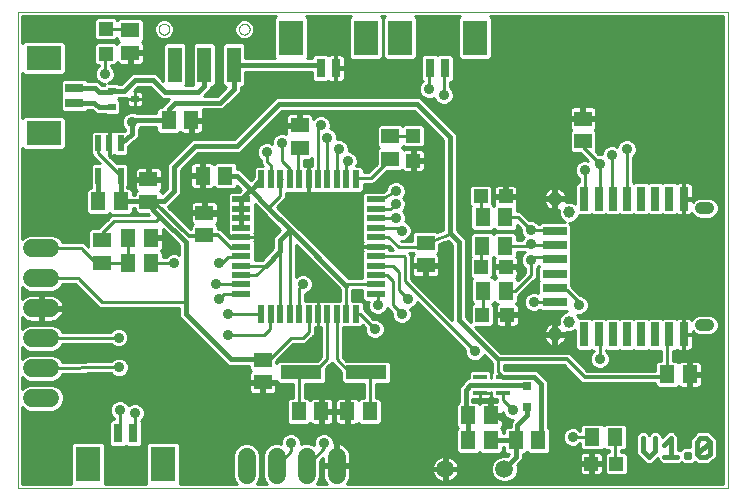
<source format=gtl>
G75*
%MOIN*%
%OFA0B0*%
%FSLAX25Y25*%
%IPPOS*%
%LPD*%
%AMOC8*
5,1,8,0,0,1.08239X$1,22.5*
%
%ADD10C,0.00000*%
%ADD11C,0.01600*%
%ADD12R,0.07874X0.03150*%
%ADD13R,0.03150X0.07874*%
%ADD14C,0.03937*%
%ADD15C,0.03937*%
%ADD16C,0.04724*%
%ADD17R,0.04724X0.04724*%
%ADD18R,0.05906X0.05118*%
%ADD19R,0.05118X0.05906*%
%ADD20R,0.02200X0.05200*%
%ADD21R,0.04600X0.01400*%
%ADD22R,0.03150X0.02756*%
%ADD23R,0.02165X0.05906*%
%ADD24R,0.05906X0.02165*%
%ADD25R,0.13780X0.04724*%
%ADD26R,0.08268X0.11811*%
%ADD27R,0.03150X0.06299*%
%ADD28R,0.11811X0.08268*%
%ADD29R,0.06299X0.03150*%
%ADD30R,0.02559X0.02362*%
%ADD31R,0.04724X0.11811*%
%ADD32C,0.05937*%
%ADD33C,0.06000*%
%ADD34C,0.01000*%
%ADD35C,0.03569*%
%ADD36C,0.01200*%
D10*
X0037200Y0037500D02*
X0037200Y0196350D01*
X0273901Y0196350D01*
X0273901Y0037500D01*
X0037200Y0037500D01*
X0084160Y0190445D02*
X0084162Y0190529D01*
X0084168Y0190612D01*
X0084178Y0190695D01*
X0084192Y0190778D01*
X0084209Y0190860D01*
X0084231Y0190941D01*
X0084256Y0191020D01*
X0084285Y0191099D01*
X0084318Y0191176D01*
X0084354Y0191251D01*
X0084394Y0191325D01*
X0084437Y0191397D01*
X0084484Y0191466D01*
X0084534Y0191533D01*
X0084587Y0191598D01*
X0084643Y0191660D01*
X0084701Y0191720D01*
X0084763Y0191777D01*
X0084827Y0191830D01*
X0084894Y0191881D01*
X0084963Y0191928D01*
X0085034Y0191973D01*
X0085107Y0192013D01*
X0085182Y0192050D01*
X0085259Y0192084D01*
X0085337Y0192114D01*
X0085416Y0192140D01*
X0085497Y0192163D01*
X0085579Y0192181D01*
X0085661Y0192196D01*
X0085744Y0192207D01*
X0085827Y0192214D01*
X0085911Y0192217D01*
X0085995Y0192216D01*
X0086078Y0192211D01*
X0086162Y0192202D01*
X0086244Y0192189D01*
X0086326Y0192173D01*
X0086407Y0192152D01*
X0086488Y0192128D01*
X0086566Y0192100D01*
X0086644Y0192068D01*
X0086720Y0192032D01*
X0086794Y0191993D01*
X0086866Y0191951D01*
X0086936Y0191905D01*
X0087004Y0191856D01*
X0087069Y0191804D01*
X0087132Y0191749D01*
X0087192Y0191691D01*
X0087250Y0191630D01*
X0087304Y0191566D01*
X0087356Y0191500D01*
X0087404Y0191432D01*
X0087449Y0191361D01*
X0087490Y0191288D01*
X0087529Y0191214D01*
X0087563Y0191138D01*
X0087594Y0191060D01*
X0087621Y0190981D01*
X0087645Y0190900D01*
X0087664Y0190819D01*
X0087680Y0190737D01*
X0087692Y0190654D01*
X0087700Y0190570D01*
X0087704Y0190487D01*
X0087704Y0190403D01*
X0087700Y0190320D01*
X0087692Y0190236D01*
X0087680Y0190153D01*
X0087664Y0190071D01*
X0087645Y0189990D01*
X0087621Y0189909D01*
X0087594Y0189830D01*
X0087563Y0189752D01*
X0087529Y0189676D01*
X0087490Y0189602D01*
X0087449Y0189529D01*
X0087404Y0189458D01*
X0087356Y0189390D01*
X0087304Y0189324D01*
X0087250Y0189260D01*
X0087192Y0189199D01*
X0087132Y0189141D01*
X0087069Y0189086D01*
X0087004Y0189034D01*
X0086936Y0188985D01*
X0086866Y0188939D01*
X0086794Y0188897D01*
X0086720Y0188858D01*
X0086644Y0188822D01*
X0086566Y0188790D01*
X0086488Y0188762D01*
X0086407Y0188738D01*
X0086326Y0188717D01*
X0086244Y0188701D01*
X0086162Y0188688D01*
X0086078Y0188679D01*
X0085995Y0188674D01*
X0085911Y0188673D01*
X0085827Y0188676D01*
X0085744Y0188683D01*
X0085661Y0188694D01*
X0085579Y0188709D01*
X0085497Y0188727D01*
X0085416Y0188750D01*
X0085337Y0188776D01*
X0085259Y0188806D01*
X0085182Y0188840D01*
X0085107Y0188877D01*
X0085034Y0188917D01*
X0084963Y0188962D01*
X0084894Y0189009D01*
X0084827Y0189060D01*
X0084763Y0189113D01*
X0084701Y0189170D01*
X0084643Y0189230D01*
X0084587Y0189292D01*
X0084534Y0189357D01*
X0084484Y0189424D01*
X0084437Y0189493D01*
X0084394Y0189565D01*
X0084354Y0189639D01*
X0084318Y0189714D01*
X0084285Y0189791D01*
X0084256Y0189870D01*
X0084231Y0189949D01*
X0084209Y0190030D01*
X0084192Y0190112D01*
X0084178Y0190195D01*
X0084168Y0190278D01*
X0084162Y0190361D01*
X0084160Y0190445D01*
X0110932Y0190445D02*
X0110934Y0190529D01*
X0110940Y0190612D01*
X0110950Y0190695D01*
X0110964Y0190778D01*
X0110981Y0190860D01*
X0111003Y0190941D01*
X0111028Y0191020D01*
X0111057Y0191099D01*
X0111090Y0191176D01*
X0111126Y0191251D01*
X0111166Y0191325D01*
X0111209Y0191397D01*
X0111256Y0191466D01*
X0111306Y0191533D01*
X0111359Y0191598D01*
X0111415Y0191660D01*
X0111473Y0191720D01*
X0111535Y0191777D01*
X0111599Y0191830D01*
X0111666Y0191881D01*
X0111735Y0191928D01*
X0111806Y0191973D01*
X0111879Y0192013D01*
X0111954Y0192050D01*
X0112031Y0192084D01*
X0112109Y0192114D01*
X0112188Y0192140D01*
X0112269Y0192163D01*
X0112351Y0192181D01*
X0112433Y0192196D01*
X0112516Y0192207D01*
X0112599Y0192214D01*
X0112683Y0192217D01*
X0112767Y0192216D01*
X0112850Y0192211D01*
X0112934Y0192202D01*
X0113016Y0192189D01*
X0113098Y0192173D01*
X0113179Y0192152D01*
X0113260Y0192128D01*
X0113338Y0192100D01*
X0113416Y0192068D01*
X0113492Y0192032D01*
X0113566Y0191993D01*
X0113638Y0191951D01*
X0113708Y0191905D01*
X0113776Y0191856D01*
X0113841Y0191804D01*
X0113904Y0191749D01*
X0113964Y0191691D01*
X0114022Y0191630D01*
X0114076Y0191566D01*
X0114128Y0191500D01*
X0114176Y0191432D01*
X0114221Y0191361D01*
X0114262Y0191288D01*
X0114301Y0191214D01*
X0114335Y0191138D01*
X0114366Y0191060D01*
X0114393Y0190981D01*
X0114417Y0190900D01*
X0114436Y0190819D01*
X0114452Y0190737D01*
X0114464Y0190654D01*
X0114472Y0190570D01*
X0114476Y0190487D01*
X0114476Y0190403D01*
X0114472Y0190320D01*
X0114464Y0190236D01*
X0114452Y0190153D01*
X0114436Y0190071D01*
X0114417Y0189990D01*
X0114393Y0189909D01*
X0114366Y0189830D01*
X0114335Y0189752D01*
X0114301Y0189676D01*
X0114262Y0189602D01*
X0114221Y0189529D01*
X0114176Y0189458D01*
X0114128Y0189390D01*
X0114076Y0189324D01*
X0114022Y0189260D01*
X0113964Y0189199D01*
X0113904Y0189141D01*
X0113841Y0189086D01*
X0113776Y0189034D01*
X0113708Y0188985D01*
X0113638Y0188939D01*
X0113566Y0188897D01*
X0113492Y0188858D01*
X0113416Y0188822D01*
X0113338Y0188790D01*
X0113260Y0188762D01*
X0113179Y0188738D01*
X0113098Y0188717D01*
X0113016Y0188701D01*
X0112934Y0188688D01*
X0112850Y0188679D01*
X0112767Y0188674D01*
X0112683Y0188673D01*
X0112599Y0188676D01*
X0112516Y0188683D01*
X0112433Y0188694D01*
X0112351Y0188709D01*
X0112269Y0188727D01*
X0112188Y0188750D01*
X0112109Y0188776D01*
X0112031Y0188806D01*
X0111954Y0188840D01*
X0111879Y0188877D01*
X0111806Y0188917D01*
X0111735Y0188962D01*
X0111666Y0189009D01*
X0111599Y0189060D01*
X0111535Y0189113D01*
X0111473Y0189170D01*
X0111415Y0189230D01*
X0111359Y0189292D01*
X0111306Y0189357D01*
X0111256Y0189424D01*
X0111209Y0189493D01*
X0111166Y0189565D01*
X0111126Y0189639D01*
X0111090Y0189714D01*
X0111057Y0189791D01*
X0111028Y0189870D01*
X0111003Y0189949D01*
X0110981Y0190030D01*
X0110964Y0190112D01*
X0110950Y0190195D01*
X0110940Y0190278D01*
X0110934Y0190361D01*
X0110932Y0190445D01*
D11*
X0109161Y0178634D02*
X0109161Y0170481D01*
X0104700Y0166020D01*
X0089560Y0166020D01*
X0087460Y0163920D01*
X0087460Y0160090D01*
X0087468Y0160083D01*
X0075783Y0160083D01*
X0075200Y0159500D02*
X0075200Y0155443D01*
X0071459Y0152443D01*
X0071459Y0141643D02*
X0071459Y0133091D01*
X0071499Y0133051D02*
X0080751Y0133051D01*
X0080751Y0132949D01*
X0080894Y0133091D02*
X0085791Y0133091D01*
X0089200Y0136500D01*
X0089200Y0144500D01*
X0096200Y0151500D01*
X0110200Y0151500D01*
X0124200Y0165500D01*
X0170200Y0165500D01*
X0181200Y0154500D01*
X0181200Y0122500D01*
X0184200Y0119500D01*
X0184200Y0093500D01*
X0197200Y0080500D01*
X0198913Y0074533D02*
X0209443Y0074533D01*
X0211649Y0072327D01*
X0211649Y0054413D01*
X0210665Y0053429D01*
X0203775Y0054020D02*
X0203775Y0058547D01*
X0206924Y0061697D01*
X0206924Y0064453D01*
X0206924Y0071539D02*
X0206531Y0071933D01*
X0191313Y0071933D01*
X0188027Y0071933D01*
X0186452Y0070358D01*
X0186452Y0062681D01*
X0187436Y0061697D01*
X0187436Y0053429D01*
X0194917Y0053429D02*
X0203184Y0053429D01*
X0203184Y0048007D01*
X0199337Y0043854D01*
X0203184Y0053429D02*
X0203775Y0054020D01*
X0245504Y0054065D02*
X0245504Y0049879D01*
X0247597Y0047786D01*
X0249690Y0049879D01*
X0249690Y0054065D01*
X0252754Y0051972D02*
X0254847Y0054065D01*
X0254847Y0047786D01*
X0252754Y0047786D02*
X0256941Y0047786D01*
X0260005Y0047786D02*
X0261051Y0047786D01*
X0261051Y0048833D01*
X0260005Y0048833D01*
X0260005Y0047786D01*
X0263630Y0048833D02*
X0263630Y0053019D01*
X0264676Y0054065D01*
X0266769Y0054065D01*
X0267816Y0053019D01*
X0263630Y0048833D01*
X0264676Y0047786D01*
X0266769Y0047786D01*
X0267816Y0048833D01*
X0267816Y0053019D01*
X0146720Y0104980D02*
X0127822Y0123878D01*
X0120700Y0131000D01*
X0114822Y0136878D01*
X0114322Y0136378D01*
X0111680Y0133736D01*
X0110302Y0133736D01*
X0111680Y0133736D02*
X0111680Y0130587D01*
X0111680Y0127437D01*
X0111680Y0124287D01*
X0111680Y0121138D02*
X0108062Y0121138D01*
X0105500Y0123700D01*
X0105500Y0127500D01*
X0104200Y0128800D01*
X0099821Y0128800D01*
X0099405Y0129217D01*
X0093200Y0119500D02*
X0093200Y0099500D01*
X0093200Y0095500D01*
X0108200Y0080500D01*
X0118633Y0080500D01*
X0119861Y0111689D02*
X0124672Y0116500D01*
X0124672Y0120350D01*
X0127822Y0123500D01*
X0114822Y0136878D02*
X0118373Y0140429D01*
X0114200Y0137500D02*
X0110200Y0141500D01*
X0106413Y0141500D01*
X0084700Y0128000D02*
X0093200Y0119500D01*
X0084700Y0128000D02*
X0079649Y0133051D01*
X0064059Y0133091D02*
X0064059Y0141643D01*
X0064200Y0164500D02*
X0068420Y0164500D01*
X0068570Y0164650D01*
X0064200Y0164500D02*
X0062763Y0165937D01*
X0056098Y0165937D01*
X0056098Y0170858D02*
X0062842Y0170858D01*
X0064200Y0169500D01*
X0068302Y0169500D01*
X0068570Y0169768D02*
X0072468Y0169768D01*
X0076200Y0173500D01*
X0082200Y0173500D01*
X0086200Y0169500D01*
X0097200Y0169500D01*
X0099200Y0171500D01*
X0099200Y0178516D01*
X0109161Y0178634D02*
X0138228Y0178634D01*
X0138228Y0177453D01*
D12*
X0216216Y0123144D03*
X0216216Y0118420D03*
X0216216Y0113695D03*
X0216216Y0108971D03*
X0216216Y0104246D03*
X0216216Y0099522D03*
D13*
X0226058Y0088695D03*
X0230783Y0088695D03*
X0235507Y0088695D03*
X0240231Y0088695D03*
X0244956Y0088695D03*
X0249680Y0088695D03*
X0254405Y0088695D03*
X0259129Y0088695D03*
X0259129Y0133971D03*
X0254405Y0133971D03*
X0249680Y0133971D03*
X0244956Y0133971D03*
X0240231Y0133971D03*
X0235507Y0133971D03*
X0230783Y0133971D03*
X0226058Y0133971D03*
D14*
X0220940Y0129443D03*
X0220940Y0093026D03*
D15*
X0265035Y0091845D02*
X0265035Y0091845D01*
X0267397Y0091845D01*
X0267397Y0091845D01*
X0265035Y0091845D01*
X0265035Y0130821D02*
X0265035Y0130821D01*
X0267397Y0130821D01*
X0267397Y0130821D01*
X0265035Y0130821D01*
D16*
X0216216Y0133971D03*
X0216216Y0088695D03*
D17*
X0200326Y0095209D03*
X0192058Y0095209D03*
X0191680Y0111209D03*
X0199948Y0111209D03*
X0199830Y0134791D03*
X0191562Y0134791D03*
X0169050Y0146673D03*
X0169050Y0154941D03*
X0066491Y0182311D03*
X0066491Y0190579D03*
X0228381Y0045657D03*
X0236649Y0045657D03*
D18*
X0173121Y0111783D03*
X0173121Y0119264D03*
X0161444Y0147280D03*
X0161444Y0154760D03*
X0131128Y0158459D03*
X0131128Y0150979D03*
X0099405Y0129217D03*
X0099405Y0121736D03*
X0080751Y0132949D03*
X0080751Y0140429D03*
X0065184Y0120059D03*
X0065184Y0112579D03*
X0118869Y0080264D03*
X0118869Y0072783D03*
X0225610Y0153159D03*
X0225610Y0160639D03*
X0074685Y0182590D03*
X0074685Y0190070D03*
D19*
X0087468Y0160083D03*
X0094948Y0160083D03*
X0098822Y0141610D03*
X0106302Y0141610D03*
X0081554Y0120862D03*
X0074074Y0120862D03*
X0074074Y0112382D03*
X0081554Y0112382D03*
X0071499Y0133051D03*
X0064019Y0133051D03*
X0130885Y0063122D03*
X0138365Y0063122D03*
X0146972Y0063098D03*
X0154452Y0063098D03*
X0187436Y0061697D03*
X0194917Y0061697D03*
X0194917Y0053429D03*
X0187436Y0053429D03*
X0203184Y0053429D03*
X0210665Y0053429D03*
X0228775Y0054531D03*
X0236255Y0054531D03*
X0253690Y0075472D03*
X0261170Y0075472D03*
X0199869Y0103335D03*
X0192389Y0103335D03*
X0192011Y0118335D03*
X0199491Y0118335D03*
X0199649Y0127776D03*
X0192169Y0127776D03*
D20*
X0071459Y0141643D03*
X0064059Y0141643D03*
X0064059Y0152443D03*
X0067759Y0152443D03*
X0071459Y0152443D03*
D21*
X0191313Y0074533D03*
X0191313Y0071933D03*
X0191313Y0069333D03*
X0198913Y0069333D03*
X0198913Y0074533D03*
D22*
X0206924Y0071539D03*
X0206924Y0064453D03*
D23*
X0149869Y0095547D03*
X0146720Y0095547D03*
X0143570Y0095547D03*
X0140420Y0095547D03*
X0137271Y0095547D03*
X0134121Y0095547D03*
X0130972Y0095547D03*
X0127822Y0095547D03*
X0124672Y0095547D03*
X0121523Y0095547D03*
X0118373Y0095547D03*
X0118373Y0140429D03*
X0121523Y0140429D03*
X0124672Y0140429D03*
X0127822Y0140429D03*
X0130972Y0140429D03*
X0134121Y0140429D03*
X0137271Y0140429D03*
X0140420Y0140429D03*
X0143570Y0140429D03*
X0146720Y0140429D03*
X0149869Y0140429D03*
D24*
X0156562Y0133736D03*
X0156562Y0130587D03*
X0156562Y0127437D03*
X0156562Y0124287D03*
X0156562Y0121138D03*
X0156562Y0117988D03*
X0156562Y0114839D03*
X0156562Y0111689D03*
X0156562Y0108539D03*
X0156562Y0105390D03*
X0156562Y0102240D03*
X0111680Y0102240D03*
X0111680Y0105390D03*
X0111680Y0108539D03*
X0111680Y0111689D03*
X0111680Y0114839D03*
X0111680Y0117988D03*
X0111680Y0121138D03*
X0111680Y0124287D03*
X0111680Y0127437D03*
X0111680Y0130587D03*
X0111680Y0133736D03*
D25*
X0131680Y0076144D03*
X0153334Y0076144D03*
D26*
X0085700Y0045550D03*
X0060700Y0045550D03*
X0128188Y0187689D03*
X0153188Y0187689D03*
X0164558Y0187689D03*
X0189558Y0187689D03*
D27*
X0179519Y0177453D03*
X0174598Y0177453D03*
X0143149Y0177453D03*
X0138228Y0177453D03*
X0075661Y0055787D03*
X0070739Y0055787D03*
D28*
X0045861Y0155898D03*
X0045861Y0180898D03*
D29*
X0056098Y0170858D03*
X0056098Y0165937D03*
D30*
X0068570Y0164650D03*
X0076247Y0167209D03*
X0068570Y0169768D03*
D31*
X0089476Y0178634D03*
X0099318Y0178634D03*
X0109161Y0178634D03*
D32*
X0179652Y0043854D03*
X0199337Y0043854D03*
D33*
X0143500Y0042000D02*
X0143500Y0048000D01*
X0133500Y0048000D02*
X0133500Y0042000D01*
X0123500Y0042000D02*
X0123500Y0048000D01*
X0113500Y0048000D02*
X0113500Y0042000D01*
X0048000Y0067500D02*
X0042000Y0067500D01*
X0042000Y0077500D02*
X0048000Y0077500D01*
X0048000Y0087500D02*
X0042000Y0087500D01*
X0042000Y0097500D02*
X0048000Y0097500D01*
X0048000Y0107500D02*
X0042000Y0107500D01*
X0042000Y0117500D02*
X0048000Y0117500D01*
D34*
X0045000Y0117500D02*
X0058460Y0117500D01*
X0058460Y0117240D01*
X0063200Y0112500D01*
X0065106Y0112500D01*
X0065184Y0112579D01*
X0073877Y0112579D01*
X0074074Y0112382D01*
X0074074Y0120862D01*
X0081554Y0120862D02*
X0085838Y0120862D01*
X0087200Y0119500D01*
X0085613Y0119378D02*
X0090069Y0119378D01*
X0090900Y0118547D02*
X0090900Y0115351D01*
X0089853Y0115784D01*
X0088547Y0115784D01*
X0087340Y0115284D01*
X0086514Y0114459D01*
X0085613Y0114445D01*
X0085613Y0115956D01*
X0084924Y0116645D01*
X0085034Y0116709D01*
X0085314Y0116988D01*
X0085511Y0117330D01*
X0085613Y0117712D01*
X0085613Y0120362D01*
X0082054Y0120362D01*
X0082054Y0121362D01*
X0085613Y0121362D01*
X0085613Y0123834D01*
X0090900Y0118547D01*
X0090900Y0118379D02*
X0085613Y0118379D01*
X0085525Y0117381D02*
X0090900Y0117381D01*
X0090900Y0116382D02*
X0085187Y0116382D01*
X0085613Y0115384D02*
X0087580Y0115384D01*
X0090820Y0115384D02*
X0090900Y0115384D01*
X0089200Y0112500D02*
X0081554Y0112382D01*
X0082054Y0120376D02*
X0089071Y0120376D01*
X0088072Y0121375D02*
X0085613Y0121375D01*
X0085613Y0122373D02*
X0087074Y0122373D01*
X0086075Y0123372D02*
X0085613Y0123372D01*
X0083200Y0126500D02*
X0084700Y0128000D01*
X0083200Y0126500D02*
X0069200Y0126500D01*
X0065184Y0122484D01*
X0065184Y0120059D01*
X0063990Y0124118D02*
X0061610Y0124118D01*
X0060731Y0123239D01*
X0060731Y0117797D01*
X0060460Y0118069D01*
X0060460Y0118328D01*
X0059288Y0119500D01*
X0052042Y0119500D01*
X0051815Y0120049D01*
X0050549Y0121315D01*
X0048895Y0122000D01*
X0041105Y0122000D01*
X0039451Y0121315D01*
X0038700Y0120564D01*
X0038700Y0150898D01*
X0039335Y0150264D01*
X0052388Y0150264D01*
X0053267Y0151142D01*
X0053267Y0160653D01*
X0052388Y0161531D01*
X0039335Y0161531D01*
X0038700Y0160897D01*
X0038700Y0175898D01*
X0039335Y0175264D01*
X0052388Y0175264D01*
X0053267Y0176142D01*
X0053267Y0185653D01*
X0052388Y0186531D01*
X0039335Y0186531D01*
X0038700Y0185897D01*
X0038700Y0194850D01*
X0123189Y0194850D01*
X0122554Y0194216D01*
X0122554Y0181162D01*
X0122783Y0180934D01*
X0113023Y0180934D01*
X0113023Y0185161D01*
X0112144Y0186039D01*
X0106177Y0186039D01*
X0105298Y0185161D01*
X0105298Y0172107D01*
X0106177Y0171228D01*
X0106656Y0171228D01*
X0103747Y0168320D01*
X0099273Y0168320D01*
X0100153Y0169200D01*
X0101500Y0170547D01*
X0101500Y0171228D01*
X0102302Y0171228D01*
X0103180Y0172107D01*
X0103180Y0185161D01*
X0102302Y0186039D01*
X0096335Y0186039D01*
X0095456Y0185161D01*
X0095456Y0172107D01*
X0095763Y0171800D01*
X0093031Y0171800D01*
X0093338Y0172107D01*
X0093338Y0185161D01*
X0092459Y0186039D01*
X0086492Y0186039D01*
X0085613Y0185161D01*
X0085613Y0173339D01*
X0083153Y0175800D01*
X0075247Y0175800D01*
X0071515Y0172068D01*
X0070852Y0172068D01*
X0070471Y0172449D01*
X0067416Y0172449D01*
X0068060Y0172716D01*
X0068984Y0173640D01*
X0069484Y0174847D01*
X0069484Y0176153D01*
X0068984Y0177360D01*
X0068200Y0178145D01*
X0068200Y0178449D01*
X0069475Y0178449D01*
X0070354Y0179327D01*
X0070354Y0179419D01*
X0070532Y0179110D01*
X0070811Y0178830D01*
X0071153Y0178633D01*
X0071535Y0178531D01*
X0074185Y0178531D01*
X0074185Y0182090D01*
X0075185Y0182090D01*
X0075185Y0183090D01*
X0079138Y0183090D01*
X0079138Y0185346D01*
X0079036Y0185728D01*
X0078838Y0186070D01*
X0078578Y0186330D01*
X0079138Y0186890D01*
X0079138Y0193250D01*
X0078259Y0194129D01*
X0071111Y0194129D01*
X0070354Y0193372D01*
X0070354Y0193562D01*
X0069475Y0194441D01*
X0063508Y0194441D01*
X0062629Y0193562D01*
X0062629Y0187595D01*
X0063508Y0186717D01*
X0069475Y0186717D01*
X0070232Y0187474D01*
X0070232Y0186890D01*
X0070792Y0186330D01*
X0070532Y0186070D01*
X0070335Y0185728D01*
X0070247Y0185401D01*
X0069475Y0186173D01*
X0063508Y0186173D01*
X0062629Y0185295D01*
X0062629Y0179327D01*
X0063508Y0178449D01*
X0064200Y0178449D01*
X0064200Y0178145D01*
X0063416Y0177360D01*
X0062916Y0176153D01*
X0062916Y0174847D01*
X0063416Y0173640D01*
X0064340Y0172716D01*
X0065547Y0172216D01*
X0066436Y0172216D01*
X0066020Y0171800D01*
X0065153Y0171800D01*
X0063794Y0173158D01*
X0060643Y0173158D01*
X0059869Y0173933D01*
X0052327Y0173933D01*
X0051448Y0173054D01*
X0051448Y0168662D01*
X0051713Y0168398D01*
X0051448Y0168133D01*
X0051448Y0163741D01*
X0052327Y0162862D01*
X0059869Y0162862D01*
X0060643Y0163637D01*
X0061810Y0163637D01*
X0061900Y0163547D01*
X0063247Y0162200D01*
X0066438Y0162200D01*
X0066669Y0161969D01*
X0070471Y0161969D01*
X0071350Y0162847D01*
X0071350Y0166452D01*
X0070593Y0167209D01*
X0070852Y0167468D01*
X0073420Y0167468D01*
X0073468Y0167515D01*
X0073468Y0167299D01*
X0076157Y0167299D01*
X0076157Y0169890D01*
X0075842Y0169890D01*
X0077153Y0171200D01*
X0081247Y0171200D01*
X0083900Y0168547D01*
X0085247Y0167200D01*
X0087487Y0167200D01*
X0086507Y0166220D01*
X0085160Y0164873D01*
X0085160Y0164535D01*
X0084287Y0164535D01*
X0083409Y0163657D01*
X0083409Y0162383D01*
X0076823Y0162383D01*
X0075853Y0162784D01*
X0074547Y0162784D01*
X0073340Y0162284D01*
X0072416Y0161360D01*
X0071916Y0160153D01*
X0071916Y0158847D01*
X0072416Y0157640D01*
X0072900Y0157155D01*
X0072900Y0156547D01*
X0072895Y0156543D01*
X0069738Y0156543D01*
X0069563Y0156369D01*
X0069438Y0156441D01*
X0069057Y0156543D01*
X0067809Y0156543D01*
X0067809Y0152493D01*
X0067709Y0152493D01*
X0067709Y0156543D01*
X0066462Y0156543D01*
X0066080Y0156441D01*
X0065955Y0156369D01*
X0065780Y0156543D01*
X0062338Y0156543D01*
X0061459Y0155665D01*
X0061459Y0149222D01*
X0062059Y0148622D01*
X0062059Y0148215D01*
X0064531Y0145743D01*
X0062338Y0145743D01*
X0061459Y0144865D01*
X0061459Y0138422D01*
X0061759Y0138122D01*
X0061759Y0137504D01*
X0060839Y0137504D01*
X0059960Y0136625D01*
X0059960Y0129477D01*
X0060839Y0128598D01*
X0067199Y0128598D01*
X0067759Y0129158D01*
X0068319Y0128598D01*
X0074680Y0128598D01*
X0075558Y0129477D01*
X0075558Y0130751D01*
X0076298Y0130751D01*
X0076298Y0129768D01*
X0077177Y0128890D01*
X0080558Y0128890D01*
X0080947Y0128500D01*
X0068372Y0128500D01*
X0067200Y0127328D01*
X0063990Y0124118D01*
X0064242Y0124370D02*
X0038700Y0124370D01*
X0038700Y0123372D02*
X0060864Y0123372D01*
X0060731Y0122373D02*
X0038700Y0122373D01*
X0038700Y0121375D02*
X0039596Y0121375D01*
X0038700Y0125369D02*
X0065241Y0125369D01*
X0066239Y0126368D02*
X0038700Y0126368D01*
X0038700Y0127366D02*
X0067238Y0127366D01*
X0068236Y0128365D02*
X0038700Y0128365D01*
X0038700Y0129363D02*
X0060074Y0129363D01*
X0059960Y0130362D02*
X0038700Y0130362D01*
X0038700Y0131360D02*
X0059960Y0131360D01*
X0059960Y0132359D02*
X0038700Y0132359D01*
X0038700Y0133357D02*
X0059960Y0133357D01*
X0059960Y0134356D02*
X0038700Y0134356D01*
X0038700Y0135354D02*
X0059960Y0135354D01*
X0059960Y0136353D02*
X0038700Y0136353D01*
X0038700Y0137351D02*
X0060686Y0137351D01*
X0061531Y0138350D02*
X0038700Y0138350D01*
X0038700Y0139348D02*
X0061459Y0139348D01*
X0061459Y0140347D02*
X0038700Y0140347D01*
X0038700Y0141345D02*
X0061459Y0141345D01*
X0061459Y0142344D02*
X0038700Y0142344D01*
X0038700Y0143342D02*
X0061459Y0143342D01*
X0061459Y0144341D02*
X0038700Y0144341D01*
X0038700Y0145339D02*
X0061934Y0145339D01*
X0062938Y0147336D02*
X0038700Y0147336D01*
X0038700Y0146338D02*
X0063936Y0146338D01*
X0064059Y0149043D02*
X0071459Y0141643D01*
X0074059Y0141345D02*
X0076298Y0141345D01*
X0076298Y0140929D02*
X0076298Y0143186D01*
X0076401Y0143567D01*
X0076598Y0143909D01*
X0076877Y0144188D01*
X0077219Y0144386D01*
X0077601Y0144488D01*
X0080251Y0144488D01*
X0080251Y0140929D01*
X0080251Y0139929D01*
X0076298Y0139929D01*
X0076298Y0137673D01*
X0076401Y0137291D01*
X0076598Y0136949D01*
X0076858Y0136689D01*
X0076298Y0136129D01*
X0076298Y0135351D01*
X0075558Y0135351D01*
X0075558Y0136625D01*
X0074680Y0137504D01*
X0073759Y0137504D01*
X0073759Y0138122D01*
X0074059Y0138422D01*
X0074059Y0144865D01*
X0073180Y0145743D01*
X0070187Y0145743D01*
X0067587Y0148343D01*
X0067709Y0148343D01*
X0067709Y0152393D01*
X0067809Y0152393D01*
X0067809Y0148343D01*
X0069057Y0148343D01*
X0069438Y0148446D01*
X0069563Y0148518D01*
X0069738Y0148343D01*
X0073180Y0148343D01*
X0074059Y0149222D01*
X0074059Y0151580D01*
X0076008Y0153143D01*
X0076153Y0153143D01*
X0076737Y0153728D01*
X0077382Y0154245D01*
X0077398Y0154389D01*
X0077500Y0154491D01*
X0077500Y0155317D01*
X0077590Y0156139D01*
X0077500Y0156252D01*
X0077500Y0157155D01*
X0077984Y0157640D01*
X0078043Y0157783D01*
X0083409Y0157783D01*
X0083409Y0156509D01*
X0084287Y0155630D01*
X0090648Y0155630D01*
X0091208Y0156190D01*
X0091468Y0155930D01*
X0091810Y0155732D01*
X0092191Y0155630D01*
X0094448Y0155630D01*
X0094448Y0159583D01*
X0095448Y0159583D01*
X0095448Y0160583D01*
X0099007Y0160583D01*
X0099007Y0163233D01*
X0098905Y0163614D01*
X0098844Y0163720D01*
X0105653Y0163720D01*
X0107000Y0165067D01*
X0111461Y0169528D01*
X0111461Y0171228D01*
X0112144Y0171228D01*
X0113023Y0172107D01*
X0113023Y0176334D01*
X0135153Y0176334D01*
X0135153Y0173682D01*
X0136031Y0172803D01*
X0140424Y0172803D01*
X0140698Y0173077D01*
X0140995Y0172905D01*
X0141377Y0172803D01*
X0142861Y0172803D01*
X0142861Y0177165D01*
X0143436Y0177165D01*
X0143436Y0172803D01*
X0144921Y0172803D01*
X0145303Y0172905D01*
X0145645Y0173103D01*
X0145924Y0173382D01*
X0146121Y0173724D01*
X0146224Y0174106D01*
X0146224Y0177165D01*
X0143436Y0177165D01*
X0143436Y0177740D01*
X0142861Y0177740D01*
X0142861Y0182102D01*
X0141377Y0182102D01*
X0140995Y0182000D01*
X0140698Y0181828D01*
X0140424Y0182102D01*
X0136031Y0182102D01*
X0135153Y0181224D01*
X0135153Y0180934D01*
X0133594Y0180934D01*
X0133822Y0181162D01*
X0133822Y0194216D01*
X0133187Y0194850D01*
X0148189Y0194850D01*
X0147554Y0194216D01*
X0147554Y0181162D01*
X0148433Y0180283D01*
X0157943Y0180283D01*
X0158822Y0181162D01*
X0158822Y0194216D01*
X0158187Y0194850D01*
X0159559Y0194850D01*
X0158924Y0194216D01*
X0158924Y0181162D01*
X0159803Y0180283D01*
X0169313Y0180283D01*
X0170192Y0181162D01*
X0170192Y0194216D01*
X0169558Y0194850D01*
X0184559Y0194850D01*
X0183924Y0194216D01*
X0183924Y0181162D01*
X0184803Y0180283D01*
X0194313Y0180283D01*
X0195192Y0181162D01*
X0195192Y0194216D01*
X0194558Y0194850D01*
X0272401Y0194850D01*
X0272401Y0039000D01*
X0146864Y0039000D01*
X0146932Y0039068D01*
X0147349Y0039641D01*
X0147670Y0040273D01*
X0147889Y0040946D01*
X0148000Y0041646D01*
X0148000Y0044500D01*
X0144000Y0044500D01*
X0144000Y0045500D01*
X0143000Y0045500D01*
X0143000Y0052477D01*
X0142484Y0052395D01*
X0142484Y0053153D01*
X0141984Y0054360D01*
X0141060Y0055284D01*
X0139853Y0055784D01*
X0138547Y0055784D01*
X0137340Y0055284D01*
X0136416Y0054360D01*
X0135916Y0053153D01*
X0135916Y0051870D01*
X0134395Y0052500D01*
X0132605Y0052500D01*
X0131484Y0052036D01*
X0131484Y0053153D01*
X0130984Y0054360D01*
X0130060Y0055284D01*
X0128853Y0055784D01*
X0127547Y0055784D01*
X0126340Y0055284D01*
X0125416Y0054360D01*
X0124916Y0053153D01*
X0124916Y0052284D01*
X0124395Y0052500D01*
X0122605Y0052500D01*
X0120951Y0051815D01*
X0119685Y0050549D01*
X0119000Y0048895D01*
X0119000Y0041105D01*
X0119685Y0039451D01*
X0120136Y0039000D01*
X0116864Y0039000D01*
X0117315Y0039451D01*
X0118000Y0041105D01*
X0118000Y0048895D01*
X0117315Y0050549D01*
X0116049Y0051815D01*
X0114395Y0052500D01*
X0112605Y0052500D01*
X0110951Y0051815D01*
X0109685Y0050549D01*
X0109000Y0048895D01*
X0109000Y0041105D01*
X0109685Y0039451D01*
X0110136Y0039000D01*
X0091310Y0039000D01*
X0091334Y0039024D01*
X0091334Y0052077D01*
X0090455Y0052956D01*
X0080945Y0052956D01*
X0080066Y0052077D01*
X0080066Y0039024D01*
X0080090Y0039000D01*
X0066310Y0039000D01*
X0066334Y0039024D01*
X0066334Y0052077D01*
X0065455Y0052956D01*
X0055945Y0052956D01*
X0055066Y0052077D01*
X0055066Y0039024D01*
X0055090Y0039000D01*
X0038700Y0039000D01*
X0038700Y0064436D01*
X0039451Y0063685D01*
X0041105Y0063000D01*
X0048895Y0063000D01*
X0050549Y0063685D01*
X0051815Y0064951D01*
X0052500Y0066605D01*
X0052500Y0068395D01*
X0051815Y0070049D01*
X0050549Y0071315D01*
X0048895Y0072000D01*
X0041105Y0072000D01*
X0039451Y0071315D01*
X0038700Y0070564D01*
X0038700Y0074436D01*
X0039451Y0073685D01*
X0041105Y0073000D01*
X0048895Y0073000D01*
X0050549Y0073685D01*
X0051815Y0074951D01*
X0052069Y0075565D01*
X0068320Y0075716D01*
X0069080Y0074956D01*
X0070287Y0074456D01*
X0071593Y0074456D01*
X0072800Y0074956D01*
X0073724Y0075880D01*
X0074224Y0077087D01*
X0074224Y0078393D01*
X0073724Y0079600D01*
X0072800Y0080524D01*
X0071593Y0081024D01*
X0070287Y0081024D01*
X0069080Y0080524D01*
X0068271Y0079715D01*
X0052015Y0079565D01*
X0051815Y0080049D01*
X0050549Y0081315D01*
X0048895Y0082000D01*
X0041105Y0082000D01*
X0039451Y0081315D01*
X0038700Y0080564D01*
X0038700Y0084436D01*
X0039451Y0083685D01*
X0041105Y0083000D01*
X0048895Y0083000D01*
X0050549Y0083685D01*
X0051815Y0084951D01*
X0052032Y0085476D01*
X0068164Y0085651D01*
X0068920Y0084896D01*
X0070127Y0084396D01*
X0071433Y0084396D01*
X0072640Y0084896D01*
X0073564Y0085820D01*
X0074064Y0087027D01*
X0074064Y0088333D01*
X0073564Y0089540D01*
X0072640Y0090464D01*
X0071433Y0090964D01*
X0070127Y0090964D01*
X0068920Y0090464D01*
X0068106Y0089651D01*
X0052052Y0089477D01*
X0051815Y0090049D01*
X0050549Y0091315D01*
X0048895Y0092000D01*
X0041105Y0092000D01*
X0039451Y0091315D01*
X0038700Y0090564D01*
X0038700Y0094436D01*
X0039068Y0094068D01*
X0039641Y0093651D01*
X0040273Y0093330D01*
X0040946Y0093111D01*
X0041646Y0093000D01*
X0044500Y0093000D01*
X0044500Y0097000D01*
X0045500Y0097000D01*
X0045500Y0098000D01*
X0044500Y0098000D01*
X0044500Y0102000D01*
X0041646Y0102000D01*
X0040946Y0101889D01*
X0040273Y0101670D01*
X0039641Y0101349D01*
X0039068Y0100932D01*
X0038700Y0100564D01*
X0038700Y0104436D01*
X0039451Y0103685D01*
X0041105Y0103000D01*
X0048895Y0103000D01*
X0050549Y0103685D01*
X0051815Y0104951D01*
X0052042Y0105500D01*
X0056372Y0105500D01*
X0056631Y0105240D01*
X0056631Y0105240D01*
X0063200Y0098672D01*
X0064372Y0097500D01*
X0090900Y0097500D01*
X0090900Y0094547D01*
X0105900Y0079547D01*
X0107247Y0078200D01*
X0114417Y0078200D01*
X0114417Y0077083D01*
X0114976Y0076524D01*
X0114716Y0076264D01*
X0114519Y0075921D01*
X0114417Y0075540D01*
X0114417Y0073283D01*
X0118369Y0073283D01*
X0118369Y0072283D01*
X0119369Y0072283D01*
X0119369Y0068724D01*
X0122020Y0068724D01*
X0122401Y0068827D01*
X0122743Y0069024D01*
X0123022Y0069303D01*
X0123220Y0069645D01*
X0123322Y0070027D01*
X0123322Y0072283D01*
X0119369Y0072283D01*
X0119369Y0073283D01*
X0123291Y0073283D01*
X0123291Y0073161D01*
X0124169Y0072282D01*
X0128885Y0072282D01*
X0128885Y0067575D01*
X0127705Y0067575D01*
X0126826Y0066696D01*
X0126826Y0059548D01*
X0127705Y0058669D01*
X0134065Y0058669D01*
X0134625Y0059229D01*
X0134885Y0058969D01*
X0135227Y0058772D01*
X0135609Y0058669D01*
X0137865Y0058669D01*
X0137865Y0062622D01*
X0138865Y0062622D01*
X0138865Y0058669D01*
X0141122Y0058669D01*
X0141503Y0058772D01*
X0141845Y0058969D01*
X0142125Y0059248D01*
X0142322Y0059590D01*
X0142424Y0059972D01*
X0142424Y0062622D01*
X0138865Y0062622D01*
X0138865Y0063622D01*
X0137865Y0063622D01*
X0137865Y0067575D01*
X0135609Y0067575D01*
X0135227Y0067473D01*
X0134885Y0067275D01*
X0134625Y0067015D01*
X0134065Y0067575D01*
X0132885Y0067575D01*
X0132885Y0072282D01*
X0139191Y0072282D01*
X0140070Y0073161D01*
X0140070Y0077542D01*
X0141028Y0078500D01*
X0141806Y0079278D01*
X0142671Y0078413D01*
X0144944Y0076140D01*
X0144944Y0073161D01*
X0145823Y0072282D01*
X0152452Y0072282D01*
X0152452Y0067551D01*
X0151272Y0067551D01*
X0150712Y0066991D01*
X0150452Y0067251D01*
X0150110Y0067449D01*
X0149728Y0067551D01*
X0147472Y0067551D01*
X0147472Y0063598D01*
X0146472Y0063598D01*
X0146472Y0062598D01*
X0147472Y0062598D01*
X0147472Y0058646D01*
X0149728Y0058646D01*
X0150110Y0058748D01*
X0150452Y0058945D01*
X0150712Y0059205D01*
X0151272Y0058646D01*
X0157632Y0058646D01*
X0158511Y0059524D01*
X0158511Y0066673D01*
X0157632Y0067551D01*
X0156452Y0067551D01*
X0156452Y0072282D01*
X0160845Y0072282D01*
X0161724Y0073161D01*
X0161724Y0079128D01*
X0160845Y0080006D01*
X0146735Y0080006D01*
X0145499Y0081242D01*
X0145499Y0091094D01*
X0151573Y0091094D01*
X0152175Y0091696D01*
X0152916Y0090956D01*
X0152916Y0089847D01*
X0153416Y0088640D01*
X0154340Y0087716D01*
X0155547Y0087216D01*
X0156853Y0087216D01*
X0158060Y0087716D01*
X0158984Y0088640D01*
X0159484Y0089847D01*
X0159484Y0091153D01*
X0158984Y0092360D01*
X0158060Y0093284D01*
X0156853Y0093784D01*
X0155744Y0093784D01*
X0152452Y0097076D01*
X0152452Y0099121D01*
X0151573Y0100000D01*
X0148720Y0100000D01*
X0148720Y0103390D01*
X0152109Y0103390D01*
X0152109Y0100536D01*
X0152988Y0099657D01*
X0154125Y0099657D01*
X0153916Y0099153D01*
X0153916Y0097847D01*
X0154416Y0096640D01*
X0155340Y0095716D01*
X0156547Y0095216D01*
X0157853Y0095216D01*
X0159060Y0095716D01*
X0159984Y0096640D01*
X0160350Y0097522D01*
X0161916Y0095956D01*
X0161916Y0094847D01*
X0162416Y0093640D01*
X0163340Y0092716D01*
X0164547Y0092216D01*
X0165853Y0092216D01*
X0167060Y0092716D01*
X0167984Y0093640D01*
X0168484Y0094847D01*
X0168484Y0096153D01*
X0168016Y0097283D01*
X0169060Y0097716D01*
X0169984Y0098640D01*
X0170343Y0099505D01*
X0186216Y0083564D01*
X0186216Y0082447D01*
X0186716Y0081240D01*
X0187640Y0080316D01*
X0188847Y0079816D01*
X0190153Y0079816D01*
X0191360Y0080316D01*
X0192284Y0081240D01*
X0192555Y0081893D01*
X0195200Y0079247D01*
X0195200Y0075941D01*
X0195113Y0075854D01*
X0194235Y0076733D01*
X0188392Y0076733D01*
X0187513Y0075854D01*
X0187513Y0074233D01*
X0187074Y0074233D01*
X0185499Y0072658D01*
X0184152Y0071311D01*
X0184152Y0066046D01*
X0183377Y0065271D01*
X0183377Y0058123D01*
X0183937Y0057563D01*
X0183377Y0057003D01*
X0183377Y0049855D01*
X0184256Y0048976D01*
X0190617Y0048976D01*
X0191176Y0049536D01*
X0191736Y0048976D01*
X0198097Y0048976D01*
X0198976Y0049855D01*
X0198976Y0051129D01*
X0199125Y0051129D01*
X0199125Y0049855D01*
X0200004Y0048976D01*
X0200884Y0048976D01*
X0200884Y0048909D01*
X0200309Y0048288D01*
X0200226Y0048323D01*
X0198448Y0048323D01*
X0196806Y0047643D01*
X0195549Y0046386D01*
X0194869Y0044743D01*
X0194869Y0042965D01*
X0195549Y0041323D01*
X0196806Y0040066D01*
X0198448Y0039386D01*
X0200226Y0039386D01*
X0201868Y0040066D01*
X0203125Y0041323D01*
X0203805Y0042965D01*
X0203805Y0044743D01*
X0203648Y0045123D01*
X0204842Y0046412D01*
X0205484Y0047054D01*
X0205484Y0047105D01*
X0205519Y0047143D01*
X0205484Y0048051D01*
X0205484Y0048976D01*
X0206365Y0048976D01*
X0206924Y0049536D01*
X0207484Y0048976D01*
X0213845Y0048976D01*
X0214724Y0049855D01*
X0214724Y0057003D01*
X0213949Y0057778D01*
X0213949Y0073279D01*
X0212602Y0074627D01*
X0210395Y0076833D01*
X0199442Y0076833D01*
X0199200Y0077075D01*
X0199200Y0078400D01*
X0219330Y0078400D01*
X0224100Y0073630D01*
X0225330Y0072400D01*
X0249631Y0072400D01*
X0249631Y0071898D01*
X0250509Y0071020D01*
X0256870Y0071020D01*
X0257430Y0071579D01*
X0257690Y0071319D01*
X0258032Y0071122D01*
X0258414Y0071020D01*
X0260670Y0071020D01*
X0260670Y0074972D01*
X0261670Y0074972D01*
X0261670Y0071020D01*
X0263927Y0071020D01*
X0264308Y0071122D01*
X0264650Y0071319D01*
X0264929Y0071599D01*
X0265127Y0071941D01*
X0265229Y0072322D01*
X0265229Y0074972D01*
X0261670Y0074972D01*
X0261670Y0075972D01*
X0265229Y0075972D01*
X0265229Y0078623D01*
X0265127Y0079004D01*
X0264929Y0079346D01*
X0264650Y0079625D01*
X0264308Y0079823D01*
X0263927Y0079925D01*
X0261670Y0079925D01*
X0261670Y0075972D01*
X0260670Y0075972D01*
X0260670Y0079925D01*
X0258414Y0079925D01*
X0258032Y0079823D01*
X0257690Y0079625D01*
X0257430Y0079365D01*
X0256870Y0079925D01*
X0255690Y0079925D01*
X0255690Y0083258D01*
X0256601Y0083258D01*
X0256803Y0083460D01*
X0256975Y0083360D01*
X0257357Y0083258D01*
X0258842Y0083258D01*
X0258842Y0088408D01*
X0259417Y0088408D01*
X0259417Y0088983D01*
X0262204Y0088983D01*
X0262204Y0089770D01*
X0263070Y0088904D01*
X0264345Y0088376D01*
X0268087Y0088376D01*
X0269362Y0088904D01*
X0270337Y0089880D01*
X0270865Y0091155D01*
X0270865Y0092535D01*
X0270337Y0093810D01*
X0269362Y0094785D01*
X0268087Y0095313D01*
X0264345Y0095313D01*
X0263070Y0094785D01*
X0262094Y0093810D01*
X0261953Y0093469D01*
X0261904Y0093553D01*
X0261625Y0093833D01*
X0261283Y0094030D01*
X0260901Y0094132D01*
X0259417Y0094132D01*
X0259417Y0088983D01*
X0258842Y0088983D01*
X0258842Y0094132D01*
X0257357Y0094132D01*
X0256975Y0094030D01*
X0256803Y0093930D01*
X0256601Y0094132D01*
X0252209Y0094132D01*
X0252043Y0093966D01*
X0251876Y0094132D01*
X0247484Y0094132D01*
X0247318Y0093966D01*
X0247152Y0094132D01*
X0242760Y0094132D01*
X0242594Y0093966D01*
X0242428Y0094132D01*
X0238035Y0094132D01*
X0237869Y0093966D01*
X0237703Y0094132D01*
X0233311Y0094132D01*
X0233145Y0093966D01*
X0232979Y0094132D01*
X0228587Y0094132D01*
X0228420Y0093966D01*
X0228254Y0094132D01*
X0224236Y0094132D01*
X0223881Y0094991D01*
X0223656Y0095216D01*
X0224853Y0095216D01*
X0226060Y0095716D01*
X0226984Y0096640D01*
X0227484Y0097847D01*
X0227484Y0099153D01*
X0226984Y0100360D01*
X0226060Y0101284D01*
X0224853Y0101784D01*
X0224744Y0101784D01*
X0222200Y0104328D01*
X0221653Y0104876D01*
X0221653Y0106443D01*
X0221487Y0106609D01*
X0221653Y0106775D01*
X0221653Y0111167D01*
X0221487Y0111333D01*
X0221653Y0111499D01*
X0221653Y0115891D01*
X0221487Y0116057D01*
X0221653Y0116224D01*
X0221653Y0120616D01*
X0221487Y0120782D01*
X0221653Y0120948D01*
X0221653Y0125340D01*
X0221018Y0125975D01*
X0221630Y0125975D01*
X0222905Y0126503D01*
X0223881Y0127479D01*
X0224318Y0128534D01*
X0228254Y0128534D01*
X0228420Y0128700D01*
X0228587Y0128534D01*
X0232979Y0128534D01*
X0233145Y0128700D01*
X0233311Y0128534D01*
X0237703Y0128534D01*
X0237869Y0128700D01*
X0238035Y0128534D01*
X0242428Y0128534D01*
X0242594Y0128700D01*
X0242760Y0128534D01*
X0247152Y0128534D01*
X0247318Y0128700D01*
X0247484Y0128534D01*
X0251876Y0128534D01*
X0252043Y0128700D01*
X0252209Y0128534D01*
X0256601Y0128534D01*
X0256803Y0128736D01*
X0256975Y0128636D01*
X0257357Y0128534D01*
X0258842Y0128534D01*
X0258842Y0133683D01*
X0259417Y0133683D01*
X0259417Y0134258D01*
X0262204Y0134258D01*
X0262204Y0138105D01*
X0262102Y0138487D01*
X0261904Y0138829D01*
X0261625Y0139108D01*
X0261283Y0139306D01*
X0260901Y0139408D01*
X0259417Y0139408D01*
X0259417Y0134258D01*
X0258842Y0134258D01*
X0258842Y0139408D01*
X0257357Y0139408D01*
X0256975Y0139306D01*
X0256803Y0139206D01*
X0256601Y0139408D01*
X0252209Y0139408D01*
X0252043Y0139242D01*
X0251876Y0139408D01*
X0247484Y0139408D01*
X0247318Y0139242D01*
X0247152Y0139408D01*
X0242760Y0139408D01*
X0242594Y0139242D01*
X0242428Y0139408D01*
X0242200Y0139408D01*
X0242200Y0147855D01*
X0242984Y0148640D01*
X0243484Y0149847D01*
X0243484Y0151153D01*
X0242984Y0152360D01*
X0242060Y0153284D01*
X0240853Y0153784D01*
X0239547Y0153784D01*
X0238340Y0153284D01*
X0237416Y0152360D01*
X0236983Y0151316D01*
X0235853Y0151784D01*
X0234547Y0151784D01*
X0233340Y0151284D01*
X0232416Y0150360D01*
X0231916Y0149153D01*
X0231916Y0148758D01*
X0231853Y0148784D01*
X0230744Y0148784D01*
X0229806Y0149722D01*
X0230063Y0149979D01*
X0230063Y0156339D01*
X0229503Y0156899D01*
X0229763Y0157159D01*
X0229961Y0157501D01*
X0230063Y0157883D01*
X0230063Y0160139D01*
X0226110Y0160139D01*
X0226110Y0161139D01*
X0230063Y0161139D01*
X0230063Y0163396D01*
X0229961Y0163777D01*
X0229763Y0164119D01*
X0229484Y0164399D01*
X0229142Y0164596D01*
X0228760Y0164698D01*
X0226110Y0164698D01*
X0226110Y0161139D01*
X0225110Y0161139D01*
X0225110Y0160139D01*
X0221157Y0160139D01*
X0221157Y0157883D01*
X0221260Y0157501D01*
X0221457Y0157159D01*
X0221717Y0156899D01*
X0221157Y0156339D01*
X0221157Y0149979D01*
X0222036Y0149100D01*
X0224772Y0149100D01*
X0227253Y0146619D01*
X0226853Y0146784D01*
X0225547Y0146784D01*
X0224340Y0146284D01*
X0223416Y0145360D01*
X0222916Y0144153D01*
X0222916Y0142847D01*
X0223416Y0141640D01*
X0224200Y0140855D01*
X0224200Y0139408D01*
X0223862Y0139408D01*
X0222983Y0138529D01*
X0222983Y0132305D01*
X0222905Y0132384D01*
X0221630Y0132912D01*
X0220250Y0132912D01*
X0219897Y0132765D01*
X0219930Y0132844D01*
X0220054Y0133471D01*
X0216716Y0133471D01*
X0216716Y0134471D01*
X0220054Y0134471D01*
X0219930Y0135097D01*
X0219638Y0135800D01*
X0219216Y0136433D01*
X0218678Y0136971D01*
X0218045Y0137393D01*
X0217342Y0137685D01*
X0216716Y0137809D01*
X0216716Y0134471D01*
X0215716Y0134471D01*
X0215716Y0137809D01*
X0215089Y0137685D01*
X0214386Y0137393D01*
X0213754Y0136971D01*
X0213216Y0136433D01*
X0212793Y0135800D01*
X0212502Y0135097D01*
X0212377Y0134471D01*
X0215716Y0134471D01*
X0215716Y0133471D01*
X0216716Y0133471D01*
X0216716Y0130132D01*
X0217342Y0130257D01*
X0217560Y0130347D01*
X0217472Y0130133D01*
X0217472Y0128753D01*
X0218000Y0127479D01*
X0218975Y0126503D01*
X0219661Y0126219D01*
X0211657Y0126219D01*
X0210939Y0125500D01*
X0210845Y0125500D01*
X0210060Y0126284D01*
X0208853Y0126784D01*
X0207744Y0126784D01*
X0204753Y0129776D01*
X0203708Y0129776D01*
X0203708Y0131350D01*
X0203450Y0131608D01*
X0203590Y0131850D01*
X0203692Y0132232D01*
X0203692Y0134291D01*
X0200330Y0134291D01*
X0200330Y0135291D01*
X0203692Y0135291D01*
X0203692Y0137351D01*
X0203590Y0137733D01*
X0203392Y0138075D01*
X0203113Y0138354D01*
X0202771Y0138551D01*
X0202390Y0138654D01*
X0200330Y0138654D01*
X0200330Y0135291D01*
X0199330Y0135291D01*
X0199330Y0134291D01*
X0195968Y0134291D01*
X0195968Y0132232D01*
X0196070Y0131850D01*
X0196077Y0131837D01*
X0195909Y0131669D01*
X0195424Y0132153D01*
X0195424Y0137775D01*
X0194546Y0138654D01*
X0188579Y0138654D01*
X0187700Y0137775D01*
X0187700Y0131808D01*
X0188134Y0131374D01*
X0188109Y0131350D01*
X0188109Y0124202D01*
X0188988Y0123323D01*
X0195349Y0123323D01*
X0195909Y0123883D01*
X0196468Y0123323D01*
X0202829Y0123323D01*
X0203708Y0124202D01*
X0203708Y0125164D01*
X0204916Y0123956D01*
X0204916Y0122847D01*
X0205416Y0121640D01*
X0205949Y0121106D01*
X0205416Y0120573D01*
X0205317Y0120335D01*
X0203550Y0120335D01*
X0203550Y0121909D01*
X0202672Y0122787D01*
X0196311Y0122787D01*
X0195751Y0122228D01*
X0195191Y0122787D01*
X0188831Y0122787D01*
X0187952Y0121909D01*
X0187952Y0114761D01*
X0188169Y0114543D01*
X0187818Y0114192D01*
X0187818Y0108225D01*
X0188697Y0107346D01*
X0188768Y0107346D01*
X0188330Y0106909D01*
X0188330Y0099761D01*
X0189047Y0099043D01*
X0188196Y0098192D01*
X0188196Y0092757D01*
X0186500Y0094453D01*
X0186500Y0120453D01*
X0183500Y0123453D01*
X0183500Y0155453D01*
X0182153Y0156800D01*
X0171153Y0167800D01*
X0123247Y0167800D01*
X0121900Y0166453D01*
X0109247Y0153800D01*
X0095247Y0153800D01*
X0093900Y0152453D01*
X0086900Y0145453D01*
X0086900Y0137453D01*
X0085204Y0135757D01*
X0085204Y0136129D01*
X0084644Y0136689D01*
X0084904Y0136949D01*
X0085102Y0137291D01*
X0085204Y0137673D01*
X0085204Y0139929D01*
X0081251Y0139929D01*
X0081251Y0140929D01*
X0080251Y0140929D01*
X0076298Y0140929D01*
X0076298Y0142344D02*
X0074059Y0142344D01*
X0074059Y0143342D02*
X0076340Y0143342D01*
X0077141Y0144341D02*
X0074059Y0144341D01*
X0073584Y0145339D02*
X0086900Y0145339D01*
X0086900Y0144341D02*
X0084361Y0144341D01*
X0084283Y0144386D02*
X0083901Y0144488D01*
X0081251Y0144488D01*
X0081251Y0140929D01*
X0085204Y0140929D01*
X0085204Y0143186D01*
X0085102Y0143567D01*
X0084904Y0143909D01*
X0084625Y0144188D01*
X0084283Y0144386D01*
X0085162Y0143342D02*
X0086900Y0143342D01*
X0086900Y0142344D02*
X0085204Y0142344D01*
X0085204Y0141345D02*
X0086900Y0141345D01*
X0086900Y0140347D02*
X0081251Y0140347D01*
X0081251Y0141345D02*
X0080251Y0141345D01*
X0080251Y0140347D02*
X0074059Y0140347D01*
X0074059Y0139348D02*
X0076298Y0139348D01*
X0076298Y0138350D02*
X0073987Y0138350D01*
X0074832Y0137351D02*
X0076385Y0137351D01*
X0076522Y0136353D02*
X0075558Y0136353D01*
X0075558Y0135354D02*
X0076298Y0135354D01*
X0079649Y0133051D02*
X0071499Y0133051D01*
X0071459Y0133091D01*
X0075558Y0130362D02*
X0076298Y0130362D01*
X0076704Y0129363D02*
X0075444Y0129363D01*
X0080751Y0132949D02*
X0080894Y0133091D01*
X0080751Y0132949D02*
X0082751Y0132949D01*
X0084980Y0136353D02*
X0085800Y0136353D01*
X0085118Y0137351D02*
X0086798Y0137351D01*
X0086900Y0138350D02*
X0085204Y0138350D01*
X0085204Y0139348D02*
X0086900Y0139348D01*
X0091500Y0139348D02*
X0094763Y0139348D01*
X0094763Y0138460D02*
X0094763Y0141110D01*
X0098322Y0141110D01*
X0099322Y0141110D01*
X0099322Y0137157D01*
X0101579Y0137157D01*
X0101960Y0137260D01*
X0102302Y0137457D01*
X0102562Y0137717D01*
X0103122Y0137157D01*
X0109483Y0137157D01*
X0110361Y0138036D01*
X0110361Y0138086D01*
X0111569Y0136878D01*
X0111010Y0136319D01*
X0108106Y0136319D01*
X0107228Y0135440D01*
X0107228Y0122583D01*
X0107263Y0122548D01*
X0107228Y0122418D01*
X0107228Y0121442D01*
X0104834Y0123836D01*
X0103857Y0123836D01*
X0103857Y0124917D01*
X0103298Y0125476D01*
X0103558Y0125736D01*
X0103755Y0126078D01*
X0103857Y0126460D01*
X0103857Y0128717D01*
X0099905Y0128717D01*
X0099905Y0129716D01*
X0103857Y0129716D01*
X0103857Y0131973D01*
X0103755Y0132355D01*
X0103558Y0132697D01*
X0103278Y0132976D01*
X0102936Y0133173D01*
X0102555Y0133276D01*
X0099905Y0133276D01*
X0099905Y0129717D01*
X0098905Y0129717D01*
X0098905Y0133276D01*
X0096254Y0133276D01*
X0095873Y0133173D01*
X0095531Y0132976D01*
X0095252Y0132697D01*
X0095054Y0132355D01*
X0094952Y0131973D01*
X0094952Y0129716D01*
X0098905Y0129716D01*
X0098905Y0128717D01*
X0094952Y0128717D01*
X0094952Y0126460D01*
X0095054Y0126078D01*
X0095252Y0125736D01*
X0095512Y0125476D01*
X0094952Y0124917D01*
X0094952Y0123718D01*
X0087311Y0131359D01*
X0090153Y0134200D01*
X0091500Y0135547D01*
X0091500Y0143547D01*
X0097153Y0149200D01*
X0111153Y0149200D01*
X0125153Y0163200D01*
X0169247Y0163200D01*
X0178900Y0153547D01*
X0178900Y0123606D01*
X0177098Y0122920D01*
X0176695Y0123323D01*
X0169547Y0123323D01*
X0168669Y0122444D01*
X0168669Y0119894D01*
X0164962Y0119894D01*
X0164839Y0120003D01*
X0165853Y0120003D01*
X0167060Y0120503D01*
X0167984Y0121427D01*
X0168484Y0122634D01*
X0168484Y0123941D01*
X0167984Y0125148D01*
X0167060Y0126072D01*
X0166295Y0126389D01*
X0166484Y0126847D01*
X0166484Y0128153D01*
X0165984Y0129360D01*
X0165541Y0129803D01*
X0165984Y0130246D01*
X0166484Y0131453D01*
X0166484Y0132760D01*
X0165984Y0133967D01*
X0165648Y0134303D01*
X0165984Y0134640D01*
X0166484Y0135847D01*
X0166484Y0137153D01*
X0165984Y0138360D01*
X0165060Y0139284D01*
X0163853Y0139784D01*
X0162547Y0139784D01*
X0161340Y0139284D01*
X0160416Y0138360D01*
X0159916Y0137153D01*
X0159916Y0136907D01*
X0158902Y0136319D01*
X0152988Y0136319D01*
X0152109Y0135440D01*
X0152109Y0119434D01*
X0152144Y0119399D01*
X0152109Y0119268D01*
X0152109Y0118030D01*
X0156521Y0118030D01*
X0156521Y0117947D01*
X0152109Y0117947D01*
X0152109Y0116708D01*
X0152144Y0116578D01*
X0152109Y0116543D01*
X0152109Y0107390D01*
X0147563Y0107390D01*
X0128775Y0126178D01*
X0123741Y0131212D01*
X0126672Y0134144D01*
X0126672Y0135976D01*
X0132676Y0135976D01*
X0132711Y0136011D01*
X0132841Y0135976D01*
X0134080Y0135976D01*
X0134080Y0140388D01*
X0134163Y0140388D01*
X0134163Y0135976D01*
X0135401Y0135976D01*
X0135532Y0136011D01*
X0135567Y0135976D01*
X0151573Y0135976D01*
X0152452Y0136855D01*
X0152452Y0138705D01*
X0155698Y0138705D01*
X0160213Y0143220D01*
X0165018Y0143220D01*
X0165378Y0143580D01*
X0165488Y0143390D01*
X0165767Y0143111D01*
X0166109Y0142913D01*
X0166491Y0142811D01*
X0168550Y0142811D01*
X0168550Y0146173D01*
X0169550Y0146173D01*
X0169550Y0142811D01*
X0171610Y0142811D01*
X0171992Y0142913D01*
X0172334Y0143111D01*
X0172613Y0143390D01*
X0172810Y0143732D01*
X0172913Y0144114D01*
X0172913Y0146173D01*
X0169550Y0146173D01*
X0169550Y0147173D01*
X0168550Y0147173D01*
X0168550Y0150535D01*
X0166491Y0150535D01*
X0166109Y0150433D01*
X0165897Y0150311D01*
X0165897Y0150460D01*
X0165337Y0151020D01*
X0165731Y0151414D01*
X0166067Y0151079D01*
X0172034Y0151079D01*
X0172913Y0151957D01*
X0172913Y0157924D01*
X0172034Y0158803D01*
X0166067Y0158803D01*
X0165550Y0158287D01*
X0165018Y0158819D01*
X0157870Y0158819D01*
X0156991Y0157940D01*
X0156991Y0151579D01*
X0157551Y0151020D01*
X0156991Y0150460D01*
X0156991Y0145655D01*
X0154041Y0142705D01*
X0152452Y0142705D01*
X0152452Y0144003D01*
X0151573Y0144882D01*
X0150085Y0144882D01*
X0150484Y0145847D01*
X0150484Y0147153D01*
X0149984Y0148360D01*
X0149060Y0149284D01*
X0147853Y0149784D01*
X0147458Y0149784D01*
X0147484Y0149847D01*
X0147484Y0151153D01*
X0146984Y0152360D01*
X0146060Y0153284D01*
X0144853Y0153784D01*
X0143665Y0153784D01*
X0143665Y0154941D01*
X0143165Y0156148D01*
X0142241Y0157072D01*
X0141321Y0157453D01*
X0141484Y0157847D01*
X0141484Y0159153D01*
X0140984Y0160360D01*
X0140060Y0161284D01*
X0138853Y0161784D01*
X0137547Y0161784D01*
X0136340Y0161284D01*
X0135580Y0160525D01*
X0135580Y0161216D01*
X0135478Y0161597D01*
X0135281Y0161939D01*
X0135001Y0162218D01*
X0134659Y0162416D01*
X0134278Y0162518D01*
X0131628Y0162518D01*
X0131628Y0158959D01*
X0130628Y0158959D01*
X0130628Y0162518D01*
X0127977Y0162518D01*
X0127596Y0162416D01*
X0127254Y0162218D01*
X0126975Y0161939D01*
X0126777Y0161597D01*
X0126675Y0161216D01*
X0126675Y0158959D01*
X0130628Y0158959D01*
X0130628Y0157959D01*
X0126675Y0157959D01*
X0126675Y0155703D01*
X0126753Y0155412D01*
X0125853Y0155784D01*
X0124547Y0155784D01*
X0123340Y0155284D01*
X0122416Y0154360D01*
X0121916Y0153153D01*
X0121916Y0152344D01*
X0120853Y0152784D01*
X0119547Y0152784D01*
X0118340Y0152284D01*
X0117416Y0151360D01*
X0116916Y0150153D01*
X0116916Y0148847D01*
X0117416Y0147640D01*
X0118200Y0146855D01*
X0118200Y0145672D01*
X0118700Y0145172D01*
X0118700Y0145172D01*
X0118990Y0144882D01*
X0116669Y0144882D01*
X0115791Y0144003D01*
X0115791Y0141099D01*
X0114822Y0140131D01*
X0112500Y0142453D01*
X0111153Y0143800D01*
X0110361Y0143800D01*
X0110361Y0145184D01*
X0109483Y0146063D01*
X0103122Y0146063D01*
X0102562Y0145503D01*
X0102302Y0145763D01*
X0101960Y0145961D01*
X0101579Y0146063D01*
X0099322Y0146063D01*
X0099322Y0142110D01*
X0098322Y0142110D01*
X0098322Y0141110D01*
X0098322Y0137157D01*
X0096066Y0137157D01*
X0095684Y0137260D01*
X0095342Y0137457D01*
X0095063Y0137736D01*
X0094865Y0138078D01*
X0094763Y0138460D01*
X0094793Y0138350D02*
X0091500Y0138350D01*
X0091500Y0137351D02*
X0095526Y0137351D01*
X0098322Y0137351D02*
X0099322Y0137351D01*
X0099322Y0138350D02*
X0098322Y0138350D01*
X0098322Y0139348D02*
X0099322Y0139348D01*
X0099322Y0140347D02*
X0098322Y0140347D01*
X0098822Y0141122D02*
X0098822Y0141610D01*
X0098322Y0141345D02*
X0091500Y0141345D01*
X0091500Y0140347D02*
X0094763Y0140347D01*
X0094763Y0142110D02*
X0098322Y0142110D01*
X0098322Y0146063D01*
X0096066Y0146063D01*
X0095684Y0145961D01*
X0095342Y0145763D01*
X0095063Y0145484D01*
X0094865Y0145142D01*
X0094763Y0144760D01*
X0094763Y0142110D01*
X0094763Y0142344D02*
X0091500Y0142344D01*
X0091500Y0143342D02*
X0094763Y0143342D01*
X0094763Y0144341D02*
X0092293Y0144341D01*
X0093292Y0145339D02*
X0094979Y0145339D01*
X0094290Y0146338D02*
X0118200Y0146338D01*
X0118532Y0145339D02*
X0110206Y0145339D01*
X0110361Y0144341D02*
X0116128Y0144341D01*
X0115791Y0143342D02*
X0111610Y0143342D01*
X0112609Y0142344D02*
X0115791Y0142344D01*
X0115791Y0141345D02*
X0113607Y0141345D01*
X0114606Y0140347D02*
X0115038Y0140347D01*
X0114200Y0137500D02*
X0114200Y0136500D01*
X0114322Y0136378D01*
X0111044Y0136353D02*
X0091500Y0136353D01*
X0091307Y0135354D02*
X0107228Y0135354D01*
X0107228Y0134356D02*
X0090308Y0134356D01*
X0089310Y0133357D02*
X0107228Y0133357D01*
X0107228Y0132359D02*
X0103753Y0132359D01*
X0103857Y0131360D02*
X0107228Y0131360D01*
X0107228Y0130362D02*
X0103857Y0130362D01*
X0103857Y0128365D02*
X0107228Y0128365D01*
X0107228Y0129363D02*
X0099905Y0129363D01*
X0099405Y0129217D02*
X0099405Y0131295D01*
X0098905Y0131360D02*
X0099905Y0131360D01*
X0099905Y0130362D02*
X0098905Y0130362D01*
X0098905Y0129363D02*
X0089307Y0129363D01*
X0090305Y0128365D02*
X0094952Y0128365D01*
X0094952Y0127366D02*
X0091304Y0127366D01*
X0092302Y0126368D02*
X0094977Y0126368D01*
X0095404Y0125369D02*
X0093301Y0125369D01*
X0094299Y0124370D02*
X0094952Y0124370D01*
X0099169Y0121500D02*
X0099405Y0121736D01*
X0103857Y0124370D02*
X0107228Y0124370D01*
X0107228Y0123372D02*
X0105298Y0123372D01*
X0106296Y0122373D02*
X0107228Y0122373D01*
X0107491Y0121179D02*
X0111639Y0121179D01*
X0111639Y0121096D01*
X0107573Y0121096D01*
X0107491Y0121179D01*
X0111722Y0121179D02*
X0116133Y0121179D01*
X0116133Y0122418D01*
X0116098Y0122548D01*
X0116133Y0122583D01*
X0116133Y0132314D01*
X0119747Y0128700D01*
X0124758Y0123689D01*
X0122372Y0121303D01*
X0122372Y0117453D01*
X0118609Y0113689D01*
X0116133Y0113689D01*
X0116133Y0116543D01*
X0116133Y0119692D01*
X0116098Y0119727D01*
X0116133Y0119858D01*
X0116133Y0121096D01*
X0111722Y0121096D01*
X0111722Y0121179D01*
X0111680Y0117988D02*
X0111192Y0117500D01*
X0111680Y0114839D02*
X0111342Y0114500D01*
X0107200Y0114500D01*
X0105200Y0112500D01*
X0104200Y0112500D01*
X0111680Y0111689D02*
X0119861Y0111689D01*
X0116712Y0108539D01*
X0111680Y0108539D01*
X0111680Y0105390D02*
X0103310Y0105390D01*
X0103200Y0105500D01*
X0105940Y0102240D02*
X0104200Y0100500D01*
X0105940Y0102240D02*
X0111680Y0102240D01*
X0107200Y0095500D02*
X0118326Y0095500D01*
X0118373Y0095547D01*
X0121200Y0095224D02*
X0121523Y0095547D01*
X0121200Y0095224D02*
X0121200Y0090500D01*
X0119200Y0088500D01*
X0107200Y0088500D01*
X0101017Y0084430D02*
X0071516Y0084430D01*
X0070044Y0084430D02*
X0051294Y0084430D01*
X0052013Y0085429D02*
X0068387Y0085429D01*
X0070780Y0087680D02*
X0045000Y0087400D01*
X0045000Y0087500D01*
X0049937Y0083432D02*
X0102016Y0083432D01*
X0103014Y0082433D02*
X0038700Y0082433D01*
X0038700Y0081434D02*
X0039740Y0081434D01*
X0040063Y0083432D02*
X0038700Y0083432D01*
X0038700Y0084430D02*
X0038706Y0084430D01*
X0038700Y0091420D02*
X0039704Y0091420D01*
X0038700Y0092418D02*
X0093029Y0092418D01*
X0092031Y0093417D02*
X0049898Y0093417D01*
X0049727Y0093330D02*
X0050359Y0093651D01*
X0050932Y0094068D01*
X0051432Y0094568D01*
X0051849Y0095141D01*
X0052170Y0095773D01*
X0052389Y0096446D01*
X0052477Y0097000D01*
X0045500Y0097000D01*
X0045500Y0093000D01*
X0048354Y0093000D01*
X0049054Y0093111D01*
X0049727Y0093330D01*
X0051279Y0094415D02*
X0091032Y0094415D01*
X0090900Y0095414D02*
X0051987Y0095414D01*
X0052378Y0096412D02*
X0090900Y0096412D01*
X0090900Y0097411D02*
X0045500Y0097411D01*
X0045500Y0098000D02*
X0052477Y0098000D01*
X0052389Y0098554D01*
X0052170Y0099227D01*
X0051849Y0099859D01*
X0051432Y0100432D01*
X0050932Y0100932D01*
X0050359Y0101349D01*
X0049727Y0101670D01*
X0049054Y0101889D01*
X0048354Y0102000D01*
X0045500Y0102000D01*
X0045500Y0098000D01*
X0045500Y0098409D02*
X0044500Y0098409D01*
X0044500Y0099408D02*
X0045500Y0099408D01*
X0045500Y0100406D02*
X0044500Y0100406D01*
X0044500Y0101405D02*
X0045500Y0101405D01*
X0050249Y0101405D02*
X0060467Y0101405D01*
X0059468Y0102403D02*
X0038700Y0102403D01*
X0038700Y0101405D02*
X0039751Y0101405D01*
X0040135Y0103402D02*
X0038700Y0103402D01*
X0038700Y0104400D02*
X0038736Y0104400D01*
X0045000Y0107500D02*
X0057460Y0107500D01*
X0057460Y0107240D01*
X0065200Y0099500D01*
X0093200Y0099500D01*
X0094028Y0091420D02*
X0050296Y0091420D01*
X0051443Y0090421D02*
X0068876Y0090421D01*
X0072684Y0090421D02*
X0095026Y0090421D01*
X0096025Y0089423D02*
X0073613Y0089423D01*
X0074027Y0088424D02*
X0097023Y0088424D01*
X0098022Y0087426D02*
X0074064Y0087426D01*
X0073816Y0086427D02*
X0099020Y0086427D01*
X0100019Y0085429D02*
X0073173Y0085429D01*
X0072889Y0080436D02*
X0105011Y0080436D01*
X0104013Y0081434D02*
X0050260Y0081434D01*
X0051428Y0080436D02*
X0068991Y0080436D01*
X0070940Y0077740D02*
X0045000Y0077500D01*
X0049973Y0073446D02*
X0114417Y0073446D01*
X0114417Y0074445D02*
X0051309Y0074445D01*
X0052019Y0075443D02*
X0068592Y0075443D01*
X0073288Y0075443D02*
X0114417Y0075443D01*
X0114895Y0076442D02*
X0073957Y0076442D01*
X0074224Y0077440D02*
X0114417Y0077440D01*
X0118633Y0080500D02*
X0118869Y0080264D01*
X0120964Y0080264D01*
X0128200Y0087500D01*
X0132200Y0087500D01*
X0134200Y0089500D01*
X0134200Y0095469D01*
X0134121Y0095547D01*
X0137230Y0095589D02*
X0137230Y0100000D01*
X0135991Y0100000D01*
X0135860Y0099965D01*
X0135825Y0100000D01*
X0132972Y0100000D01*
X0132972Y0102265D01*
X0134060Y0102716D01*
X0134984Y0103640D01*
X0135484Y0104847D01*
X0135484Y0106153D01*
X0134984Y0107360D01*
X0134060Y0108284D01*
X0132853Y0108784D01*
X0131547Y0108784D01*
X0130340Y0108284D01*
X0129822Y0107767D01*
X0129822Y0118625D01*
X0144720Y0103728D01*
X0144720Y0100000D01*
X0138716Y0100000D01*
X0138681Y0099965D01*
X0138551Y0100000D01*
X0137312Y0100000D01*
X0137312Y0095589D01*
X0137230Y0095589D01*
X0137271Y0095547D02*
X0137271Y0089271D01*
X0136500Y0087200D01*
X0135952Y0088424D02*
X0138200Y0088424D01*
X0138200Y0087426D02*
X0134954Y0087426D01*
X0135028Y0087500D02*
X0136200Y0088672D01*
X0136200Y0091094D01*
X0137230Y0091094D01*
X0137230Y0095506D01*
X0137312Y0095506D01*
X0137312Y0091094D01*
X0138200Y0091094D01*
X0138200Y0081328D01*
X0136878Y0080006D01*
X0124169Y0080006D01*
X0123322Y0079159D01*
X0123322Y0079794D01*
X0129028Y0085500D01*
X0133028Y0085500D01*
X0135028Y0087500D01*
X0133955Y0086427D02*
X0138200Y0086427D01*
X0138200Y0085429D02*
X0128957Y0085429D01*
X0127958Y0084430D02*
X0138200Y0084430D01*
X0138200Y0083432D02*
X0126960Y0083432D01*
X0125961Y0082433D02*
X0138200Y0082433D01*
X0138200Y0081434D02*
X0124963Y0081434D01*
X0123964Y0080436D02*
X0137308Y0080436D01*
X0140200Y0080500D02*
X0140200Y0095327D01*
X0140420Y0095547D01*
X0143499Y0095476D02*
X0143570Y0095547D01*
X0143499Y0095476D02*
X0143499Y0080413D01*
X0147769Y0076144D01*
X0153334Y0076144D01*
X0154452Y0075026D01*
X0154452Y0063098D01*
X0158511Y0063461D02*
X0183377Y0063461D01*
X0183377Y0062463D02*
X0158511Y0062463D01*
X0158511Y0061464D02*
X0183377Y0061464D01*
X0183377Y0060466D02*
X0158511Y0060466D01*
X0158454Y0059467D02*
X0183377Y0059467D01*
X0183377Y0058469D02*
X0078735Y0058469D01*
X0078735Y0059467D02*
X0126907Y0059467D01*
X0126826Y0060466D02*
X0078810Y0060466D01*
X0078984Y0060640D02*
X0079484Y0061847D01*
X0079484Y0063153D01*
X0078984Y0064360D01*
X0078060Y0065284D01*
X0076853Y0065784D01*
X0075547Y0065784D01*
X0074340Y0065284D01*
X0074111Y0065055D01*
X0073984Y0065360D01*
X0073060Y0066284D01*
X0071853Y0066784D01*
X0070547Y0066784D01*
X0069340Y0066284D01*
X0068416Y0065360D01*
X0067916Y0064153D01*
X0067916Y0062847D01*
X0068416Y0061640D01*
X0069200Y0060855D01*
X0069200Y0060436D01*
X0068543Y0060436D01*
X0067665Y0059558D01*
X0067665Y0052016D01*
X0068543Y0051137D01*
X0072935Y0051137D01*
X0073200Y0051402D01*
X0073464Y0051137D01*
X0077857Y0051137D01*
X0078735Y0052016D01*
X0078735Y0059558D01*
X0078319Y0059974D01*
X0078984Y0060640D01*
X0079326Y0061464D02*
X0126826Y0061464D01*
X0126826Y0062463D02*
X0079484Y0062463D01*
X0079357Y0063461D02*
X0126826Y0063461D01*
X0126826Y0064460D02*
X0078885Y0064460D01*
X0077640Y0065458D02*
X0126826Y0065458D01*
X0126826Y0066457D02*
X0072644Y0066457D01*
X0073886Y0065458D02*
X0074760Y0065458D01*
X0076200Y0062500D02*
X0076200Y0056326D01*
X0075661Y0055787D01*
X0075661Y0056961D01*
X0078735Y0056472D02*
X0183377Y0056472D01*
X0183377Y0055473D02*
X0140604Y0055473D01*
X0141870Y0054475D02*
X0183377Y0054475D01*
X0183377Y0053476D02*
X0142350Y0053476D01*
X0142484Y0052478D02*
X0183377Y0052478D01*
X0183377Y0051479D02*
X0146367Y0051479D01*
X0146432Y0051432D02*
X0145859Y0051849D01*
X0145227Y0052170D01*
X0144554Y0052389D01*
X0144000Y0052477D01*
X0144000Y0045500D01*
X0148000Y0045500D01*
X0148000Y0048354D01*
X0147889Y0049054D01*
X0147670Y0049727D01*
X0147349Y0050359D01*
X0146932Y0050932D01*
X0146432Y0051432D01*
X0147260Y0050481D02*
X0183377Y0050481D01*
X0183750Y0049482D02*
X0147750Y0049482D01*
X0147979Y0048484D02*
X0200490Y0048484D01*
X0199498Y0049482D02*
X0198603Y0049482D01*
X0198976Y0050481D02*
X0199125Y0050481D01*
X0196648Y0047485D02*
X0182257Y0047485D01*
X0181994Y0047676D02*
X0181367Y0047995D01*
X0180698Y0048213D01*
X0180136Y0048302D01*
X0180136Y0044339D01*
X0179168Y0044339D01*
X0179168Y0048302D01*
X0178606Y0048213D01*
X0177937Y0047995D01*
X0177310Y0047676D01*
X0176741Y0047263D01*
X0176244Y0046765D01*
X0175830Y0046196D01*
X0175511Y0045570D01*
X0175293Y0044901D01*
X0175204Y0044339D01*
X0179168Y0044339D01*
X0179168Y0043370D01*
X0180136Y0043370D01*
X0180136Y0039407D01*
X0180698Y0039496D01*
X0181367Y0039713D01*
X0181994Y0040033D01*
X0182563Y0040446D01*
X0183060Y0040943D01*
X0183474Y0041512D01*
X0183793Y0042139D01*
X0184010Y0042808D01*
X0184099Y0043370D01*
X0180136Y0043370D01*
X0180136Y0044339D01*
X0184099Y0044339D01*
X0184010Y0044901D01*
X0183793Y0045570D01*
X0183474Y0046196D01*
X0183060Y0046765D01*
X0182563Y0047263D01*
X0181994Y0047676D01*
X0183263Y0046487D02*
X0195650Y0046487D01*
X0195177Y0045488D02*
X0183820Y0045488D01*
X0184076Y0044490D02*
X0194869Y0044490D01*
X0194869Y0043491D02*
X0180136Y0043491D01*
X0179168Y0043491D02*
X0148000Y0043491D01*
X0148000Y0042493D02*
X0175396Y0042493D01*
X0175293Y0042808D02*
X0175511Y0042139D01*
X0175830Y0041512D01*
X0176244Y0040943D01*
X0176741Y0040446D01*
X0177310Y0040033D01*
X0177937Y0039713D01*
X0178606Y0039496D01*
X0179168Y0039407D01*
X0179168Y0043370D01*
X0175204Y0043370D01*
X0175293Y0042808D01*
X0175843Y0041494D02*
X0147976Y0041494D01*
X0147743Y0040496D02*
X0176691Y0040496D01*
X0178602Y0039497D02*
X0147244Y0039497D01*
X0148000Y0044490D02*
X0175228Y0044490D01*
X0175484Y0045488D02*
X0144000Y0045488D01*
X0144000Y0046487D02*
X0143000Y0046487D01*
X0143000Y0045500D02*
X0143000Y0044500D01*
X0139000Y0044500D01*
X0139000Y0041646D01*
X0139111Y0040946D01*
X0139330Y0040273D01*
X0139651Y0039641D01*
X0140068Y0039068D01*
X0140136Y0039000D01*
X0136864Y0039000D01*
X0137315Y0039451D01*
X0138000Y0041105D01*
X0138000Y0046672D01*
X0139000Y0047672D01*
X0139000Y0045500D01*
X0143000Y0045500D01*
X0143000Y0045488D02*
X0138000Y0045488D01*
X0138000Y0044490D02*
X0139000Y0044490D01*
X0139000Y0043491D02*
X0138000Y0043491D01*
X0138000Y0042493D02*
X0139000Y0042493D01*
X0139024Y0041494D02*
X0138000Y0041494D01*
X0137748Y0040496D02*
X0139257Y0040496D01*
X0139756Y0039497D02*
X0137334Y0039497D01*
X0133500Y0045000D02*
X0139200Y0050700D01*
X0139200Y0052500D01*
X0137796Y0055473D02*
X0129604Y0055473D01*
X0130870Y0054475D02*
X0136530Y0054475D01*
X0136050Y0053476D02*
X0131350Y0053476D01*
X0131484Y0052478D02*
X0132551Y0052478D01*
X0134449Y0052478D02*
X0135916Y0052478D01*
X0138814Y0047485D02*
X0139000Y0047485D01*
X0139000Y0046487D02*
X0138000Y0046487D01*
X0143000Y0047485D02*
X0144000Y0047485D01*
X0144000Y0048484D02*
X0143000Y0048484D01*
X0143000Y0049482D02*
X0144000Y0049482D01*
X0144000Y0050481D02*
X0143000Y0050481D01*
X0143000Y0051479D02*
X0144000Y0051479D01*
X0148000Y0047485D02*
X0177047Y0047485D01*
X0176041Y0046487D02*
X0148000Y0046487D01*
X0146472Y0058646D02*
X0144215Y0058646D01*
X0143834Y0058748D01*
X0143492Y0058945D01*
X0143212Y0059225D01*
X0143015Y0059567D01*
X0142913Y0059948D01*
X0142913Y0062598D01*
X0146472Y0062598D01*
X0146472Y0058646D01*
X0146472Y0059467D02*
X0147472Y0059467D01*
X0147472Y0060466D02*
X0146472Y0060466D01*
X0146472Y0061464D02*
X0147472Y0061464D01*
X0147472Y0062463D02*
X0146472Y0062463D01*
X0146472Y0063461D02*
X0138865Y0063461D01*
X0138865Y0063622D02*
X0142424Y0063622D01*
X0142424Y0066272D01*
X0142322Y0066654D01*
X0142125Y0066996D01*
X0141845Y0067275D01*
X0141503Y0067473D01*
X0141122Y0067575D01*
X0138865Y0067575D01*
X0138865Y0063622D01*
X0138865Y0064460D02*
X0137865Y0064460D01*
X0137865Y0065458D02*
X0138865Y0065458D01*
X0138865Y0066457D02*
X0137865Y0066457D01*
X0137865Y0067455D02*
X0138865Y0067455D01*
X0141533Y0067455D02*
X0143857Y0067455D01*
X0143834Y0067449D02*
X0143492Y0067251D01*
X0143212Y0066972D01*
X0143015Y0066630D01*
X0142913Y0066249D01*
X0142913Y0063598D01*
X0146472Y0063598D01*
X0146472Y0067551D01*
X0144215Y0067551D01*
X0143834Y0067449D01*
X0142968Y0066457D02*
X0142375Y0066457D01*
X0142424Y0065458D02*
X0142913Y0065458D01*
X0142913Y0064460D02*
X0142424Y0064460D01*
X0142424Y0062463D02*
X0142913Y0062463D01*
X0142913Y0061464D02*
X0142424Y0061464D01*
X0142424Y0060466D02*
X0142913Y0060466D01*
X0143072Y0059467D02*
X0142251Y0059467D01*
X0138865Y0059467D02*
X0137865Y0059467D01*
X0137865Y0060466D02*
X0138865Y0060466D01*
X0138865Y0061464D02*
X0137865Y0061464D01*
X0137865Y0062463D02*
X0138865Y0062463D01*
X0135197Y0067455D02*
X0134185Y0067455D01*
X0132885Y0068454D02*
X0152452Y0068454D01*
X0152452Y0069452D02*
X0132885Y0069452D01*
X0132885Y0070451D02*
X0152452Y0070451D01*
X0152452Y0071449D02*
X0132885Y0071449D01*
X0128885Y0071449D02*
X0123322Y0071449D01*
X0123322Y0070451D02*
X0128885Y0070451D01*
X0128885Y0069452D02*
X0123108Y0069452D01*
X0124003Y0072448D02*
X0119369Y0072448D01*
X0119369Y0071449D02*
X0118369Y0071449D01*
X0118369Y0072283D02*
X0118369Y0068724D01*
X0115719Y0068724D01*
X0115338Y0068827D01*
X0114996Y0069024D01*
X0114716Y0069303D01*
X0114519Y0069645D01*
X0114417Y0070027D01*
X0114417Y0072283D01*
X0118369Y0072283D01*
X0118369Y0072448D02*
X0038700Y0072448D01*
X0038700Y0073446D02*
X0040027Y0073446D01*
X0039776Y0071449D02*
X0038700Y0071449D01*
X0050224Y0071449D02*
X0114417Y0071449D01*
X0114417Y0070451D02*
X0051413Y0070451D01*
X0052062Y0069452D02*
X0114630Y0069452D01*
X0118369Y0069452D02*
X0119369Y0069452D01*
X0119369Y0070451D02*
X0118369Y0070451D01*
X0127585Y0067455D02*
X0052500Y0067455D01*
X0052476Y0068454D02*
X0128885Y0068454D01*
X0130885Y0063122D02*
X0130885Y0075349D01*
X0131680Y0076144D01*
X0135844Y0076144D01*
X0140200Y0080500D01*
X0140967Y0078439D02*
X0142645Y0078439D01*
X0143644Y0077440D02*
X0140070Y0077440D01*
X0140070Y0076442D02*
X0144642Y0076442D01*
X0144944Y0075443D02*
X0140070Y0075443D01*
X0140070Y0074445D02*
X0144944Y0074445D01*
X0144944Y0073446D02*
X0140070Y0073446D01*
X0139357Y0072448D02*
X0145657Y0072448D01*
X0146472Y0067455D02*
X0147472Y0067455D01*
X0147472Y0066457D02*
X0146472Y0066457D01*
X0146472Y0065458D02*
X0147472Y0065458D01*
X0147472Y0064460D02*
X0146472Y0064460D01*
X0150086Y0067455D02*
X0151176Y0067455D01*
X0156452Y0068454D02*
X0184152Y0068454D01*
X0184152Y0069452D02*
X0156452Y0069452D01*
X0156452Y0070451D02*
X0184152Y0070451D01*
X0184290Y0071449D02*
X0156452Y0071449D01*
X0157728Y0067455D02*
X0184152Y0067455D01*
X0184152Y0066457D02*
X0158511Y0066457D01*
X0158511Y0065458D02*
X0183565Y0065458D01*
X0183377Y0064460D02*
X0158511Y0064460D01*
X0161011Y0072448D02*
X0185289Y0072448D01*
X0186287Y0073446D02*
X0161724Y0073446D01*
X0161724Y0074445D02*
X0187513Y0074445D01*
X0187513Y0075443D02*
X0161724Y0075443D01*
X0161724Y0076442D02*
X0188101Y0076442D01*
X0187519Y0080436D02*
X0146305Y0080436D01*
X0145499Y0081434D02*
X0186635Y0081434D01*
X0186221Y0082433D02*
X0145499Y0082433D01*
X0145499Y0083432D02*
X0186216Y0083432D01*
X0185353Y0084430D02*
X0145499Y0084430D01*
X0145499Y0085429D02*
X0184359Y0085429D01*
X0183365Y0086427D02*
X0145499Y0086427D01*
X0145499Y0087426D02*
X0155040Y0087426D01*
X0153631Y0088424D02*
X0145499Y0088424D01*
X0145499Y0089423D02*
X0153091Y0089423D01*
X0152916Y0090421D02*
X0145499Y0090421D01*
X0146720Y0095547D02*
X0146720Y0104980D01*
X0147129Y0105390D01*
X0156562Y0105390D01*
X0156562Y0108539D02*
X0160161Y0108539D01*
X0162200Y0106500D01*
X0162200Y0098500D01*
X0165200Y0095500D01*
X0168484Y0095414D02*
X0174417Y0095414D01*
X0175411Y0094415D02*
X0168305Y0094415D01*
X0167761Y0093417D02*
X0176405Y0093417D01*
X0177399Y0092418D02*
X0166342Y0092418D01*
X0164058Y0092418D02*
X0158926Y0092418D01*
X0159374Y0091420D02*
X0178394Y0091420D01*
X0179388Y0090421D02*
X0159484Y0090421D01*
X0159309Y0089423D02*
X0180382Y0089423D01*
X0181376Y0088424D02*
X0158769Y0088424D01*
X0157360Y0087426D02*
X0182371Y0087426D01*
X0181900Y0093567D02*
X0168200Y0107326D01*
X0168200Y0115328D01*
X0167635Y0115894D01*
X0168858Y0115894D01*
X0169228Y0115524D01*
X0168968Y0115264D01*
X0168771Y0114921D01*
X0168669Y0114540D01*
X0168668Y0112283D01*
X0172621Y0112283D01*
X0172621Y0111283D01*
X0173621Y0111283D01*
X0173621Y0107724D01*
X0176271Y0107724D01*
X0176653Y0107827D01*
X0176995Y0108024D01*
X0177274Y0108303D01*
X0177472Y0108645D01*
X0177574Y0109027D01*
X0177574Y0111283D01*
X0173621Y0111283D01*
X0173621Y0112283D01*
X0177574Y0112283D01*
X0177574Y0114540D01*
X0177472Y0114921D01*
X0177274Y0115264D01*
X0177014Y0115524D01*
X0177574Y0116083D01*
X0177574Y0118820D01*
X0180509Y0119939D01*
X0181900Y0118547D01*
X0181900Y0093567D01*
X0181900Y0094415D02*
X0181056Y0094415D01*
X0181900Y0095414D02*
X0180061Y0095414D01*
X0179067Y0096412D02*
X0181900Y0096412D01*
X0181900Y0097411D02*
X0178073Y0097411D01*
X0177079Y0098409D02*
X0181900Y0098409D01*
X0181900Y0099408D02*
X0176084Y0099408D01*
X0175090Y0100406D02*
X0181900Y0100406D01*
X0181900Y0101405D02*
X0174096Y0101405D01*
X0173102Y0102403D02*
X0181900Y0102403D01*
X0181900Y0103402D02*
X0172107Y0103402D01*
X0171113Y0104400D02*
X0181900Y0104400D01*
X0181900Y0105399D02*
X0170119Y0105399D01*
X0169125Y0106397D02*
X0181900Y0106397D01*
X0181900Y0107396D02*
X0168200Y0107396D01*
X0168200Y0108394D02*
X0168916Y0108394D01*
X0168968Y0108303D02*
X0169247Y0108024D01*
X0169590Y0107827D01*
X0169971Y0107724D01*
X0172621Y0107724D01*
X0172621Y0111283D01*
X0168669Y0111283D01*
X0168669Y0109027D01*
X0168771Y0108645D01*
X0168968Y0108303D01*
X0168669Y0109393D02*
X0168200Y0109393D01*
X0168200Y0110391D02*
X0168669Y0110391D01*
X0168200Y0111390D02*
X0172621Y0111390D01*
X0173121Y0111783D02*
X0176483Y0111783D01*
X0180200Y0113500D01*
X0181900Y0113387D02*
X0177574Y0113387D01*
X0177574Y0114385D02*
X0181900Y0114385D01*
X0181900Y0115384D02*
X0177154Y0115384D01*
X0177574Y0116382D02*
X0181900Y0116382D01*
X0181900Y0117381D02*
X0177574Y0117381D01*
X0177574Y0118379D02*
X0181900Y0118379D01*
X0181069Y0119378D02*
X0179037Y0119378D01*
X0181200Y0122343D02*
X0173121Y0119264D01*
X0169885Y0117894D01*
X0164200Y0117894D01*
X0160562Y0121138D01*
X0156562Y0121138D01*
X0156604Y0118030D02*
X0161015Y0118030D01*
X0161015Y0118054D01*
X0162378Y0116839D01*
X0161015Y0116839D01*
X0161015Y0117947D01*
X0156604Y0117947D01*
X0156604Y0118030D01*
X0152109Y0118379D02*
X0136573Y0118379D01*
X0137572Y0117381D02*
X0152109Y0117381D01*
X0152109Y0116382D02*
X0138570Y0116382D01*
X0139569Y0115384D02*
X0152109Y0115384D01*
X0152109Y0114385D02*
X0140567Y0114385D01*
X0141566Y0113387D02*
X0152109Y0113387D01*
X0152109Y0112388D02*
X0142564Y0112388D01*
X0143563Y0111390D02*
X0152109Y0111390D01*
X0152109Y0110391D02*
X0144561Y0110391D01*
X0145560Y0109393D02*
X0152109Y0109393D01*
X0152109Y0108394D02*
X0146558Y0108394D01*
X0147557Y0107396D02*
X0152109Y0107396D01*
X0156562Y0111689D02*
X0156751Y0111500D01*
X0162200Y0111500D01*
X0164200Y0109500D01*
X0164200Y0103500D01*
X0167200Y0100500D01*
X0168324Y0097411D02*
X0172428Y0097411D01*
X0171434Y0098409D02*
X0169754Y0098409D01*
X0170302Y0099408D02*
X0170440Y0099408D01*
X0168377Y0096412D02*
X0173422Y0096412D01*
X0162639Y0093417D02*
X0157741Y0093417D01*
X0158331Y0095414D02*
X0161916Y0095414D01*
X0162095Y0094415D02*
X0155113Y0094415D01*
X0156069Y0095414D02*
X0154115Y0095414D01*
X0154643Y0096412D02*
X0153116Y0096412D01*
X0152452Y0097411D02*
X0154096Y0097411D01*
X0153916Y0098409D02*
X0152452Y0098409D01*
X0152166Y0099408D02*
X0154021Y0099408D01*
X0152239Y0100406D02*
X0148720Y0100406D01*
X0148720Y0101405D02*
X0152109Y0101405D01*
X0152109Y0102403D02*
X0148720Y0102403D01*
X0144720Y0102403D02*
X0133306Y0102403D01*
X0132972Y0101405D02*
X0144720Y0101405D01*
X0144720Y0100406D02*
X0132972Y0100406D01*
X0134746Y0103402D02*
X0144720Y0103402D01*
X0144047Y0104400D02*
X0135299Y0104400D01*
X0135484Y0105399D02*
X0143049Y0105399D01*
X0142050Y0106397D02*
X0135383Y0106397D01*
X0134949Y0107396D02*
X0141052Y0107396D01*
X0140053Y0108394D02*
X0133795Y0108394D01*
X0130605Y0108394D02*
X0129822Y0108394D01*
X0129822Y0109393D02*
X0139054Y0109393D01*
X0138056Y0110391D02*
X0129822Y0110391D01*
X0129822Y0111390D02*
X0137057Y0111390D01*
X0136059Y0112388D02*
X0129822Y0112388D01*
X0129822Y0113387D02*
X0135060Y0113387D01*
X0134062Y0114385D02*
X0129822Y0114385D01*
X0129822Y0115384D02*
X0133063Y0115384D01*
X0132065Y0116382D02*
X0129822Y0116382D01*
X0129822Y0117381D02*
X0131066Y0117381D01*
X0130068Y0118379D02*
X0129822Y0118379D01*
X0124672Y0116500D02*
X0124672Y0095547D01*
X0127822Y0095547D02*
X0127822Y0123500D01*
X0127822Y0123878D01*
X0129584Y0125369D02*
X0152109Y0125369D01*
X0152109Y0124370D02*
X0130582Y0124370D01*
X0131581Y0123372D02*
X0152109Y0123372D01*
X0152109Y0122373D02*
X0132579Y0122373D01*
X0133578Y0121375D02*
X0152109Y0121375D01*
X0152109Y0120376D02*
X0134576Y0120376D01*
X0135575Y0119378D02*
X0152139Y0119378D01*
X0156562Y0114839D02*
X0165861Y0114839D01*
X0166200Y0114500D01*
X0166200Y0106500D01*
X0189500Y0083100D01*
X0192365Y0081434D02*
X0193013Y0081434D01*
X0194011Y0080436D02*
X0191481Y0080436D01*
X0195010Y0079437D02*
X0161414Y0079437D01*
X0161724Y0078439D02*
X0195200Y0078439D01*
X0195200Y0077440D02*
X0161724Y0077440D01*
X0156200Y0090500D02*
X0151153Y0095547D01*
X0149869Y0095547D01*
X0151898Y0091420D02*
X0152452Y0091420D01*
X0159757Y0096412D02*
X0161459Y0096412D01*
X0160461Y0097411D02*
X0160304Y0097411D01*
X0157200Y0098500D02*
X0157200Y0102240D01*
X0156562Y0102240D01*
X0168200Y0112388D02*
X0168669Y0112388D01*
X0168669Y0113387D02*
X0168200Y0113387D01*
X0168200Y0114385D02*
X0168669Y0114385D01*
X0169089Y0115384D02*
X0168145Y0115384D01*
X0161770Y0117381D02*
X0161015Y0117381D01*
X0166754Y0120376D02*
X0168669Y0120376D01*
X0168669Y0121375D02*
X0167932Y0121375D01*
X0168376Y0122373D02*
X0168669Y0122373D01*
X0168484Y0123372D02*
X0178285Y0123372D01*
X0178900Y0124370D02*
X0168306Y0124370D01*
X0167763Y0125369D02*
X0178900Y0125369D01*
X0178900Y0126368D02*
X0166346Y0126368D01*
X0166484Y0127366D02*
X0178900Y0127366D01*
X0178900Y0128365D02*
X0166397Y0128365D01*
X0165982Y0129363D02*
X0178900Y0129363D01*
X0178900Y0130362D02*
X0166032Y0130362D01*
X0166446Y0131360D02*
X0178900Y0131360D01*
X0178900Y0132359D02*
X0166484Y0132359D01*
X0166237Y0133357D02*
X0178900Y0133357D01*
X0178900Y0134356D02*
X0165700Y0134356D01*
X0166280Y0135354D02*
X0178900Y0135354D01*
X0178900Y0136353D02*
X0166484Y0136353D01*
X0166402Y0137351D02*
X0178900Y0137351D01*
X0178900Y0138350D02*
X0165989Y0138350D01*
X0164906Y0139348D02*
X0178900Y0139348D01*
X0178900Y0140347D02*
X0157340Y0140347D01*
X0158338Y0141345D02*
X0178900Y0141345D01*
X0178900Y0142344D02*
X0159337Y0142344D01*
X0161494Y0139348D02*
X0156341Y0139348D01*
X0154869Y0140705D02*
X0161444Y0147280D01*
X0156991Y0147336D02*
X0150408Y0147336D01*
X0150484Y0146338D02*
X0156991Y0146338D01*
X0156675Y0145339D02*
X0150274Y0145339D01*
X0152114Y0144341D02*
X0155677Y0144341D01*
X0154678Y0143342D02*
X0152452Y0143342D01*
X0154869Y0140705D02*
X0149869Y0140705D01*
X0149869Y0140429D01*
X0146720Y0140429D02*
X0146720Y0146020D01*
X0147200Y0146500D01*
X0148942Y0149333D02*
X0156991Y0149333D01*
X0156991Y0148335D02*
X0149995Y0148335D01*
X0147484Y0150332D02*
X0156991Y0150332D01*
X0157241Y0151330D02*
X0147411Y0151330D01*
X0146997Y0152329D02*
X0156991Y0152329D01*
X0156991Y0153327D02*
X0145956Y0153327D01*
X0143665Y0154326D02*
X0156991Y0154326D01*
X0156991Y0155324D02*
X0143506Y0155324D01*
X0142990Y0156323D02*
X0156991Y0156323D01*
X0156991Y0157321D02*
X0141639Y0157321D01*
X0141484Y0158320D02*
X0157371Y0158320D01*
X0161444Y0154760D02*
X0168869Y0154760D01*
X0169050Y0154941D01*
X0172913Y0155324D02*
X0177123Y0155324D01*
X0178121Y0154326D02*
X0172913Y0154326D01*
X0172913Y0153327D02*
X0178900Y0153327D01*
X0178900Y0152329D02*
X0172913Y0152329D01*
X0172285Y0151330D02*
X0178900Y0151330D01*
X0178900Y0150332D02*
X0172167Y0150332D01*
X0172334Y0150236D02*
X0171992Y0150433D01*
X0171610Y0150535D01*
X0169550Y0150535D01*
X0169550Y0147173D01*
X0172913Y0147173D01*
X0172913Y0149233D01*
X0172810Y0149614D01*
X0172613Y0149956D01*
X0172334Y0150236D01*
X0172886Y0149333D02*
X0178900Y0149333D01*
X0178900Y0148335D02*
X0172913Y0148335D01*
X0172913Y0147336D02*
X0178900Y0147336D01*
X0178900Y0146338D02*
X0169550Y0146338D01*
X0169550Y0147336D02*
X0168550Y0147336D01*
X0168550Y0148335D02*
X0169550Y0148335D01*
X0169550Y0149333D02*
X0168550Y0149333D01*
X0168550Y0150332D02*
X0169550Y0150332D01*
X0165934Y0150332D02*
X0165897Y0150332D01*
X0165815Y0151330D02*
X0165648Y0151330D01*
X0168550Y0145339D02*
X0169550Y0145339D01*
X0169550Y0144341D02*
X0168550Y0144341D01*
X0168550Y0143342D02*
X0169550Y0143342D01*
X0172565Y0143342D02*
X0178900Y0143342D01*
X0178900Y0144341D02*
X0172913Y0144341D01*
X0172913Y0145339D02*
X0178900Y0145339D01*
X0183500Y0145339D02*
X0223407Y0145339D01*
X0222993Y0144341D02*
X0183500Y0144341D01*
X0183500Y0143342D02*
X0222916Y0143342D01*
X0223124Y0142344D02*
X0183500Y0142344D01*
X0183500Y0141345D02*
X0223710Y0141345D01*
X0224200Y0140347D02*
X0183500Y0140347D01*
X0183500Y0139348D02*
X0223802Y0139348D01*
X0222983Y0138350D02*
X0203117Y0138350D01*
X0203692Y0137351D02*
X0214323Y0137351D01*
X0215716Y0137351D02*
X0216716Y0137351D01*
X0216716Y0136353D02*
X0215716Y0136353D01*
X0215716Y0135354D02*
X0216716Y0135354D01*
X0216716Y0134356D02*
X0222983Y0134356D01*
X0222983Y0135354D02*
X0219823Y0135354D01*
X0219269Y0136353D02*
X0222983Y0136353D01*
X0222983Y0137351D02*
X0218109Y0137351D01*
X0213162Y0136353D02*
X0203692Y0136353D01*
X0203692Y0135354D02*
X0212608Y0135354D01*
X0212377Y0133471D02*
X0212502Y0132844D01*
X0212793Y0132141D01*
X0213216Y0131509D01*
X0213754Y0130971D01*
X0214386Y0130548D01*
X0215089Y0130257D01*
X0215716Y0130132D01*
X0215716Y0133471D01*
X0212377Y0133471D01*
X0212400Y0133357D02*
X0203692Y0133357D01*
X0203692Y0132359D02*
X0212703Y0132359D01*
X0213365Y0131360D02*
X0203697Y0131360D01*
X0203708Y0130362D02*
X0214837Y0130362D01*
X0215716Y0130362D02*
X0216716Y0130362D01*
X0216716Y0131360D02*
X0215716Y0131360D01*
X0215716Y0132359D02*
X0216716Y0132359D01*
X0216716Y0133357D02*
X0215716Y0133357D01*
X0215716Y0134356D02*
X0200330Y0134356D01*
X0200330Y0135354D02*
X0199330Y0135354D01*
X0199330Y0135291D02*
X0199330Y0138654D01*
X0197270Y0138654D01*
X0196889Y0138551D01*
X0196547Y0138354D01*
X0196267Y0138075D01*
X0196070Y0137733D01*
X0195968Y0137351D01*
X0195424Y0137351D01*
X0195968Y0137351D02*
X0195968Y0135291D01*
X0199330Y0135291D01*
X0199330Y0134356D02*
X0195424Y0134356D01*
X0195424Y0135354D02*
X0195968Y0135354D01*
X0195968Y0136353D02*
X0195424Y0136353D01*
X0194850Y0138350D02*
X0196543Y0138350D01*
X0199330Y0138350D02*
X0200330Y0138350D01*
X0200330Y0137351D02*
X0199330Y0137351D01*
X0199330Y0136353D02*
X0200330Y0136353D01*
X0195968Y0133357D02*
X0195424Y0133357D01*
X0195424Y0132359D02*
X0195968Y0132359D01*
X0191562Y0134791D02*
X0191562Y0128382D01*
X0192169Y0127776D01*
X0188109Y0127366D02*
X0183500Y0127366D01*
X0183500Y0126368D02*
X0188109Y0126368D01*
X0188109Y0125369D02*
X0183500Y0125369D01*
X0183500Y0124370D02*
X0188109Y0124370D01*
X0188939Y0123372D02*
X0183581Y0123372D01*
X0184579Y0122373D02*
X0188417Y0122373D01*
X0187952Y0121375D02*
X0185578Y0121375D01*
X0186500Y0120376D02*
X0187952Y0120376D01*
X0187952Y0119378D02*
X0186500Y0119378D01*
X0186500Y0118379D02*
X0187952Y0118379D01*
X0187952Y0117381D02*
X0186500Y0117381D01*
X0186500Y0116382D02*
X0187952Y0116382D01*
X0187952Y0115384D02*
X0186500Y0115384D01*
X0186500Y0114385D02*
X0188011Y0114385D01*
X0187818Y0113387D02*
X0186500Y0113387D01*
X0186500Y0112388D02*
X0187818Y0112388D01*
X0187818Y0111390D02*
X0186500Y0111390D01*
X0186500Y0110391D02*
X0187818Y0110391D01*
X0187818Y0109393D02*
X0186500Y0109393D01*
X0186500Y0108394D02*
X0187818Y0108394D01*
X0188647Y0107396D02*
X0186500Y0107396D01*
X0186500Y0106397D02*
X0188330Y0106397D01*
X0188330Y0105399D02*
X0186500Y0105399D01*
X0186500Y0104400D02*
X0188330Y0104400D01*
X0188330Y0103402D02*
X0186500Y0103402D01*
X0186500Y0102403D02*
X0188330Y0102403D01*
X0188330Y0101405D02*
X0186500Y0101405D01*
X0186500Y0100406D02*
X0188330Y0100406D01*
X0188683Y0099408D02*
X0186500Y0099408D01*
X0186500Y0098409D02*
X0188413Y0098409D01*
X0188196Y0097411D02*
X0186500Y0097411D01*
X0186500Y0096412D02*
X0188196Y0096412D01*
X0188196Y0095414D02*
X0186500Y0095414D01*
X0186538Y0094415D02*
X0188196Y0094415D01*
X0188196Y0093417D02*
X0187536Y0093417D01*
X0189606Y0091346D02*
X0195042Y0091346D01*
X0195920Y0092225D01*
X0195920Y0098192D01*
X0195231Y0098882D01*
X0195569Y0098882D01*
X0196129Y0099442D01*
X0196689Y0098882D01*
X0197235Y0098882D01*
X0197043Y0098771D01*
X0196763Y0098492D01*
X0196566Y0098150D01*
X0196464Y0097768D01*
X0196464Y0095709D01*
X0199826Y0095709D01*
X0199826Y0094709D01*
X0196464Y0094709D01*
X0196464Y0092649D01*
X0196566Y0092267D01*
X0196763Y0091925D01*
X0197043Y0091646D01*
X0197385Y0091449D01*
X0197766Y0091346D01*
X0199826Y0091346D01*
X0199826Y0094709D01*
X0200826Y0094709D01*
X0200826Y0095709D01*
X0204188Y0095709D01*
X0204188Y0097768D01*
X0204086Y0098150D01*
X0203888Y0098492D01*
X0203609Y0098771D01*
X0203267Y0098969D01*
X0203164Y0098996D01*
X0203928Y0099761D01*
X0203928Y0101400D01*
X0209028Y0106500D01*
X0210200Y0107672D01*
X0210200Y0110855D01*
X0210811Y0111467D01*
X0210945Y0111333D01*
X0210779Y0111167D01*
X0210779Y0106775D01*
X0210945Y0106609D01*
X0210779Y0106443D01*
X0210779Y0102401D01*
X0209853Y0102784D01*
X0208547Y0102784D01*
X0207340Y0102284D01*
X0206416Y0101360D01*
X0205916Y0100153D01*
X0205916Y0098847D01*
X0206416Y0097640D01*
X0207340Y0096716D01*
X0208547Y0096216D01*
X0209853Y0096216D01*
X0211060Y0096716D01*
X0211225Y0096880D01*
X0211657Y0096447D01*
X0220136Y0096447D01*
X0218975Y0095966D01*
X0218000Y0094991D01*
X0217472Y0093716D01*
X0217472Y0092355D01*
X0217342Y0092409D01*
X0216716Y0092534D01*
X0216716Y0089195D01*
X0220054Y0089195D01*
X0219958Y0089679D01*
X0220250Y0089557D01*
X0221630Y0089557D01*
X0222905Y0090086D01*
X0222983Y0090164D01*
X0222983Y0084137D01*
X0223862Y0083258D01*
X0228254Y0083258D01*
X0228420Y0083424D01*
X0228587Y0083258D01*
X0229200Y0083258D01*
X0229200Y0083145D01*
X0228416Y0082360D01*
X0227916Y0081153D01*
X0227916Y0079847D01*
X0228416Y0078640D01*
X0229340Y0077716D01*
X0230547Y0077216D01*
X0231853Y0077216D01*
X0233060Y0077716D01*
X0233984Y0078640D01*
X0234484Y0079847D01*
X0234484Y0081153D01*
X0233984Y0082360D01*
X0233200Y0083145D01*
X0233200Y0083369D01*
X0233311Y0083258D01*
X0237703Y0083258D01*
X0237869Y0083424D01*
X0238035Y0083258D01*
X0242428Y0083258D01*
X0242594Y0083424D01*
X0242760Y0083258D01*
X0247152Y0083258D01*
X0247318Y0083424D01*
X0247484Y0083258D01*
X0251690Y0083258D01*
X0251690Y0079925D01*
X0250509Y0079925D01*
X0249631Y0079047D01*
X0249631Y0076600D01*
X0227070Y0076600D01*
X0222300Y0081370D01*
X0221070Y0082600D01*
X0198353Y0082600D01*
X0189606Y0091346D01*
X0190532Y0090421D02*
X0212750Y0090421D01*
X0212793Y0090525D02*
X0212502Y0089822D01*
X0212377Y0089195D01*
X0215716Y0089195D01*
X0215716Y0088195D01*
X0216716Y0088195D01*
X0216716Y0089195D01*
X0215716Y0089195D01*
X0215716Y0092534D01*
X0215089Y0092409D01*
X0214386Y0092118D01*
X0213754Y0091695D01*
X0213216Y0091157D01*
X0212793Y0090525D01*
X0213478Y0091420D02*
X0203159Y0091420D01*
X0203267Y0091449D02*
X0203609Y0091646D01*
X0203888Y0091925D01*
X0204086Y0092267D01*
X0204188Y0092649D01*
X0204188Y0094709D01*
X0200826Y0094709D01*
X0200826Y0091346D01*
X0202886Y0091346D01*
X0203267Y0091449D01*
X0204126Y0092418D02*
X0215135Y0092418D01*
X0215716Y0092418D02*
X0216716Y0092418D01*
X0217297Y0092418D02*
X0217472Y0092418D01*
X0217472Y0093417D02*
X0204188Y0093417D01*
X0204188Y0094415D02*
X0217761Y0094415D01*
X0218423Y0095414D02*
X0200826Y0095414D01*
X0200326Y0095209D02*
X0203491Y0095209D01*
X0206200Y0092500D01*
X0208073Y0096412D02*
X0204188Y0096412D01*
X0204188Y0097411D02*
X0206645Y0097411D01*
X0206097Y0098409D02*
X0203936Y0098409D01*
X0203575Y0099408D02*
X0205916Y0099408D01*
X0206021Y0100406D02*
X0203928Y0100406D01*
X0203933Y0101405D02*
X0206460Y0101405D01*
X0207627Y0102403D02*
X0204932Y0102403D01*
X0205930Y0103402D02*
X0210779Y0103402D01*
X0210779Y0104400D02*
X0206929Y0104400D01*
X0207927Y0105399D02*
X0210779Y0105399D01*
X0210779Y0106397D02*
X0208926Y0106397D01*
X0209924Y0107396D02*
X0210779Y0107396D01*
X0210779Y0108394D02*
X0210200Y0108394D01*
X0210200Y0109393D02*
X0210779Y0109393D01*
X0210779Y0110391D02*
X0210200Y0110391D01*
X0210734Y0111390D02*
X0210888Y0111390D01*
X0208200Y0113500D02*
X0208200Y0108500D01*
X0203035Y0103335D01*
X0199869Y0103335D01*
X0203854Y0106983D02*
X0203206Y0107631D01*
X0203231Y0107646D01*
X0203511Y0107925D01*
X0203708Y0108267D01*
X0203810Y0108649D01*
X0203810Y0110709D01*
X0200448Y0110709D01*
X0200448Y0111709D01*
X0203810Y0111709D01*
X0203810Y0113768D01*
X0203708Y0114150D01*
X0203511Y0114492D01*
X0203396Y0114606D01*
X0203550Y0114761D01*
X0203550Y0116335D01*
X0205933Y0116335D01*
X0206162Y0116106D01*
X0205416Y0115360D01*
X0204916Y0114153D01*
X0204916Y0112847D01*
X0205416Y0111640D01*
X0206200Y0110855D01*
X0206200Y0109328D01*
X0203854Y0106983D01*
X0203441Y0107396D02*
X0204267Y0107396D01*
X0203742Y0108394D02*
X0205266Y0108394D01*
X0206200Y0109393D02*
X0203810Y0109393D01*
X0203810Y0110391D02*
X0206200Y0110391D01*
X0205666Y0111390D02*
X0200448Y0111390D01*
X0199948Y0111209D02*
X0202491Y0111209D01*
X0204924Y0110106D01*
X0205106Y0112388D02*
X0203810Y0112388D01*
X0203810Y0113387D02*
X0204916Y0113387D01*
X0205012Y0114385D02*
X0203572Y0114385D01*
X0203550Y0115384D02*
X0205439Y0115384D01*
X0208200Y0113500D02*
X0209200Y0114500D01*
X0215411Y0114500D01*
X0216216Y0113695D01*
X0221653Y0113387D02*
X0272401Y0113387D01*
X0272401Y0114385D02*
X0221653Y0114385D01*
X0221653Y0115384D02*
X0272401Y0115384D01*
X0272401Y0116382D02*
X0221653Y0116382D01*
X0221653Y0117381D02*
X0272401Y0117381D01*
X0272401Y0118379D02*
X0221653Y0118379D01*
X0221653Y0119378D02*
X0272401Y0119378D01*
X0272401Y0120376D02*
X0221653Y0120376D01*
X0221653Y0121375D02*
X0272401Y0121375D01*
X0272401Y0122373D02*
X0221653Y0122373D01*
X0221653Y0123372D02*
X0272401Y0123372D01*
X0272401Y0124370D02*
X0221653Y0124370D01*
X0221624Y0125369D02*
X0272401Y0125369D01*
X0272401Y0126368D02*
X0222578Y0126368D01*
X0223768Y0127366D02*
X0264313Y0127366D01*
X0264345Y0127353D02*
X0268087Y0127353D01*
X0269362Y0127881D01*
X0270337Y0128857D01*
X0270865Y0130131D01*
X0270865Y0131511D01*
X0270337Y0132786D01*
X0269362Y0133762D01*
X0268087Y0134290D01*
X0264345Y0134290D01*
X0263070Y0133762D01*
X0262204Y0132896D01*
X0262204Y0133683D01*
X0259417Y0133683D01*
X0259417Y0128534D01*
X0260901Y0128534D01*
X0261283Y0128636D01*
X0261625Y0128834D01*
X0261904Y0129113D01*
X0261953Y0129197D01*
X0262094Y0128857D01*
X0263070Y0127881D01*
X0264345Y0127353D01*
X0262586Y0128365D02*
X0224248Y0128365D01*
X0219302Y0126368D02*
X0209859Y0126368D01*
X0207162Y0127366D02*
X0218112Y0127366D01*
X0217633Y0128365D02*
X0206164Y0128365D01*
X0205165Y0129363D02*
X0217472Y0129363D01*
X0220032Y0133357D02*
X0222983Y0133357D01*
X0222983Y0132359D02*
X0222930Y0132359D01*
X0226058Y0133971D02*
X0226200Y0134113D01*
X0226200Y0143500D01*
X0224469Y0146338D02*
X0183500Y0146338D01*
X0183500Y0147336D02*
X0226535Y0147336D01*
X0225537Y0148335D02*
X0183500Y0148335D01*
X0183500Y0149333D02*
X0221803Y0149333D01*
X0221157Y0150332D02*
X0183500Y0150332D01*
X0183500Y0151330D02*
X0221157Y0151330D01*
X0221157Y0152329D02*
X0183500Y0152329D01*
X0183500Y0153327D02*
X0221157Y0153327D01*
X0221157Y0154326D02*
X0183500Y0154326D01*
X0183500Y0155324D02*
X0221157Y0155324D01*
X0221157Y0156323D02*
X0182630Y0156323D01*
X0181631Y0157321D02*
X0221364Y0157321D01*
X0221157Y0158320D02*
X0180633Y0158320D01*
X0179634Y0159318D02*
X0221157Y0159318D01*
X0221157Y0161139D02*
X0225110Y0161139D01*
X0225110Y0164698D01*
X0222460Y0164698D01*
X0222078Y0164596D01*
X0221736Y0164399D01*
X0221457Y0164119D01*
X0221260Y0163777D01*
X0221157Y0163396D01*
X0221157Y0161139D01*
X0221157Y0161315D02*
X0177637Y0161315D01*
X0178636Y0160317D02*
X0225110Y0160317D01*
X0225110Y0161315D02*
X0226110Y0161315D01*
X0226110Y0160317D02*
X0272401Y0160317D01*
X0272401Y0161315D02*
X0230063Y0161315D01*
X0230063Y0162314D02*
X0272401Y0162314D01*
X0272401Y0163312D02*
X0230063Y0163312D01*
X0229572Y0164311D02*
X0272401Y0164311D01*
X0272401Y0165309D02*
X0180079Y0165309D01*
X0179853Y0165216D02*
X0181060Y0165716D01*
X0181984Y0166640D01*
X0182484Y0167847D01*
X0182484Y0169153D01*
X0181984Y0170360D01*
X0181200Y0171145D01*
X0181200Y0172803D01*
X0181715Y0172803D01*
X0182594Y0173682D01*
X0182594Y0181224D01*
X0181715Y0182102D01*
X0177323Y0182102D01*
X0177058Y0181838D01*
X0176794Y0182102D01*
X0172402Y0182102D01*
X0171523Y0181224D01*
X0171523Y0173682D01*
X0172130Y0173075D01*
X0171416Y0172360D01*
X0170916Y0171153D01*
X0170916Y0169847D01*
X0171416Y0168640D01*
X0172340Y0167716D01*
X0173547Y0167216D01*
X0174853Y0167216D01*
X0175983Y0167684D01*
X0176416Y0166640D01*
X0177340Y0165716D01*
X0178547Y0165216D01*
X0179853Y0165216D01*
X0178320Y0165309D02*
X0173643Y0165309D01*
X0174642Y0164311D02*
X0221649Y0164311D01*
X0221157Y0163312D02*
X0175640Y0163312D01*
X0176639Y0162314D02*
X0221157Y0162314D01*
X0225110Y0162314D02*
X0226110Y0162314D01*
X0226110Y0163312D02*
X0225110Y0163312D01*
X0225110Y0164311D02*
X0226110Y0164311D01*
X0230063Y0159318D02*
X0272401Y0159318D01*
X0272401Y0158320D02*
X0230063Y0158320D01*
X0229857Y0157321D02*
X0272401Y0157321D01*
X0272401Y0156323D02*
X0230063Y0156323D01*
X0230063Y0155324D02*
X0272401Y0155324D01*
X0272401Y0154326D02*
X0230063Y0154326D01*
X0230063Y0153327D02*
X0238444Y0153327D01*
X0237403Y0152329D02*
X0230063Y0152329D01*
X0230063Y0151330D02*
X0233451Y0151330D01*
X0232404Y0150332D02*
X0230063Y0150332D01*
X0230195Y0149333D02*
X0231990Y0149333D01*
X0235200Y0148500D02*
X0235200Y0134278D01*
X0235507Y0133971D01*
X0231200Y0134388D02*
X0230783Y0133971D01*
X0231200Y0134388D02*
X0231200Y0145500D01*
X0225610Y0151090D01*
X0225610Y0153159D01*
X0236949Y0151330D02*
X0236989Y0151330D01*
X0240200Y0150500D02*
X0240200Y0134002D01*
X0240231Y0133971D01*
X0242487Y0139348D02*
X0242700Y0139348D01*
X0242200Y0140347D02*
X0272401Y0140347D01*
X0272401Y0141345D02*
X0242200Y0141345D01*
X0242200Y0142344D02*
X0272401Y0142344D01*
X0272401Y0143342D02*
X0242200Y0143342D01*
X0242200Y0144341D02*
X0272401Y0144341D01*
X0272401Y0145339D02*
X0242200Y0145339D01*
X0242200Y0146338D02*
X0272401Y0146338D01*
X0272401Y0147336D02*
X0242200Y0147336D01*
X0242679Y0148335D02*
X0272401Y0148335D01*
X0272401Y0149333D02*
X0243272Y0149333D01*
X0243484Y0150332D02*
X0272401Y0150332D01*
X0272401Y0151330D02*
X0243411Y0151330D01*
X0242997Y0152329D02*
X0272401Y0152329D01*
X0272401Y0153327D02*
X0241956Y0153327D01*
X0247212Y0139348D02*
X0247424Y0139348D01*
X0251936Y0139348D02*
X0252149Y0139348D01*
X0256661Y0139348D02*
X0257134Y0139348D01*
X0258842Y0139348D02*
X0259417Y0139348D01*
X0259417Y0138350D02*
X0258842Y0138350D01*
X0258842Y0137351D02*
X0259417Y0137351D01*
X0259417Y0136353D02*
X0258842Y0136353D01*
X0258842Y0135354D02*
X0259417Y0135354D01*
X0259417Y0134356D02*
X0258842Y0134356D01*
X0258842Y0133357D02*
X0259417Y0133357D01*
X0259417Y0132359D02*
X0258842Y0132359D01*
X0258842Y0131360D02*
X0259417Y0131360D01*
X0259417Y0130362D02*
X0258842Y0130362D01*
X0258842Y0129363D02*
X0259417Y0129363D01*
X0262204Y0133357D02*
X0262665Y0133357D01*
X0262204Y0134356D02*
X0272401Y0134356D01*
X0272401Y0135354D02*
X0262204Y0135354D01*
X0262204Y0136353D02*
X0272401Y0136353D01*
X0272401Y0137351D02*
X0262204Y0137351D01*
X0262138Y0138350D02*
X0272401Y0138350D01*
X0272401Y0139348D02*
X0261124Y0139348D01*
X0269766Y0133357D02*
X0272401Y0133357D01*
X0272401Y0132359D02*
X0270514Y0132359D01*
X0270865Y0131360D02*
X0272401Y0131360D01*
X0272401Y0130362D02*
X0270865Y0130362D01*
X0270547Y0129363D02*
X0272401Y0129363D01*
X0272401Y0128365D02*
X0269845Y0128365D01*
X0268119Y0127366D02*
X0272401Y0127366D01*
X0272401Y0112388D02*
X0221653Y0112388D01*
X0221543Y0111390D02*
X0272401Y0111390D01*
X0272401Y0110391D02*
X0221653Y0110391D01*
X0221653Y0109393D02*
X0272401Y0109393D01*
X0272401Y0108394D02*
X0221653Y0108394D01*
X0221653Y0107396D02*
X0272401Y0107396D01*
X0272401Y0106397D02*
X0221653Y0106397D01*
X0221653Y0105399D02*
X0272401Y0105399D01*
X0272401Y0104400D02*
X0222128Y0104400D01*
X0223127Y0103402D02*
X0272401Y0103402D01*
X0272401Y0102403D02*
X0224125Y0102403D01*
X0225770Y0101405D02*
X0272401Y0101405D01*
X0272401Y0100406D02*
X0226938Y0100406D01*
X0227379Y0099408D02*
X0272401Y0099408D01*
X0272401Y0098409D02*
X0227484Y0098409D01*
X0227304Y0097411D02*
X0272401Y0097411D01*
X0272401Y0096412D02*
X0226757Y0096412D01*
X0225331Y0095414D02*
X0272401Y0095414D01*
X0272401Y0094415D02*
X0269732Y0094415D01*
X0270500Y0093417D02*
X0272401Y0093417D01*
X0272401Y0092418D02*
X0270865Y0092418D01*
X0270865Y0091420D02*
X0272401Y0091420D01*
X0272401Y0090421D02*
X0270561Y0090421D01*
X0269880Y0089423D02*
X0272401Y0089423D01*
X0272401Y0088424D02*
X0268202Y0088424D01*
X0264230Y0088424D02*
X0259417Y0088424D01*
X0259417Y0088408D02*
X0262204Y0088408D01*
X0262204Y0084561D01*
X0262102Y0084179D01*
X0261904Y0083837D01*
X0261625Y0083558D01*
X0261283Y0083360D01*
X0260901Y0083258D01*
X0259417Y0083258D01*
X0259417Y0088408D01*
X0259417Y0087426D02*
X0258842Y0087426D01*
X0258842Y0086427D02*
X0259417Y0086427D01*
X0259417Y0085429D02*
X0258842Y0085429D01*
X0258842Y0084430D02*
X0259417Y0084430D01*
X0259417Y0083432D02*
X0258842Y0083432D01*
X0256852Y0083432D02*
X0256774Y0083432D01*
X0255690Y0082433D02*
X0272401Y0082433D01*
X0272401Y0081434D02*
X0255690Y0081434D01*
X0255690Y0080436D02*
X0272401Y0080436D01*
X0272401Y0079437D02*
X0264838Y0079437D01*
X0265229Y0078439D02*
X0272401Y0078439D01*
X0272401Y0077440D02*
X0265229Y0077440D01*
X0265229Y0076442D02*
X0272401Y0076442D01*
X0272401Y0075443D02*
X0261670Y0075443D01*
X0261670Y0074445D02*
X0260670Y0074445D01*
X0260670Y0073446D02*
X0261670Y0073446D01*
X0261670Y0072448D02*
X0260670Y0072448D01*
X0260670Y0071449D02*
X0261670Y0071449D01*
X0264780Y0071449D02*
X0272401Y0071449D01*
X0272401Y0070451D02*
X0213949Y0070451D01*
X0213949Y0071449D02*
X0250080Y0071449D01*
X0252717Y0074500D02*
X0253690Y0075472D01*
X0253690Y0087980D01*
X0254405Y0088695D01*
X0258842Y0089423D02*
X0259417Y0089423D01*
X0259417Y0090421D02*
X0258842Y0090421D01*
X0258842Y0091420D02*
X0259417Y0091420D01*
X0259417Y0092418D02*
X0258842Y0092418D01*
X0258842Y0093417D02*
X0259417Y0093417D01*
X0262700Y0094415D02*
X0224119Y0094415D01*
X0220052Y0096412D02*
X0210327Y0096412D01*
X0209200Y0099500D02*
X0216194Y0099500D01*
X0216216Y0099522D01*
X0216962Y0103500D02*
X0216216Y0104246D01*
X0216962Y0103500D02*
X0220200Y0103500D01*
X0224200Y0099500D01*
X0224200Y0098500D01*
X0216716Y0091420D02*
X0215716Y0091420D01*
X0215716Y0090421D02*
X0216716Y0090421D01*
X0216716Y0089423D02*
X0215716Y0089423D01*
X0215716Y0088424D02*
X0192529Y0088424D01*
X0193527Y0087426D02*
X0212561Y0087426D01*
X0212502Y0087569D02*
X0212793Y0086866D01*
X0213216Y0086233D01*
X0213754Y0085695D01*
X0214386Y0085273D01*
X0215089Y0084981D01*
X0215716Y0084857D01*
X0215716Y0088195D01*
X0212377Y0088195D01*
X0212502Y0087569D01*
X0213086Y0086427D02*
X0194526Y0086427D01*
X0195524Y0085429D02*
X0214153Y0085429D01*
X0215716Y0085429D02*
X0216716Y0085429D01*
X0216716Y0084857D02*
X0217342Y0084981D01*
X0218045Y0085273D01*
X0218678Y0085695D01*
X0219216Y0086233D01*
X0219638Y0086866D01*
X0219930Y0087569D01*
X0220054Y0088195D01*
X0216716Y0088195D01*
X0216716Y0084857D01*
X0216716Y0086427D02*
X0215716Y0086427D01*
X0215716Y0087426D02*
X0216716Y0087426D01*
X0216716Y0088424D02*
X0222983Y0088424D01*
X0222983Y0087426D02*
X0219870Y0087426D01*
X0219345Y0086427D02*
X0222983Y0086427D01*
X0222983Y0085429D02*
X0218279Y0085429D01*
X0221237Y0082433D02*
X0228488Y0082433D01*
X0228032Y0081434D02*
X0222235Y0081434D01*
X0222300Y0081370D02*
X0222300Y0081370D01*
X0223234Y0080436D02*
X0227916Y0080436D01*
X0228085Y0079437D02*
X0224232Y0079437D01*
X0225231Y0078439D02*
X0228616Y0078439D01*
X0230004Y0077440D02*
X0226229Y0077440D01*
X0222287Y0075443D02*
X0211785Y0075443D01*
X0212783Y0074445D02*
X0223285Y0074445D01*
X0224100Y0073630D02*
X0224100Y0073630D01*
X0224284Y0073446D02*
X0213782Y0073446D01*
X0213949Y0072448D02*
X0225282Y0072448D01*
X0221288Y0076442D02*
X0210786Y0076442D01*
X0213949Y0069452D02*
X0272401Y0069452D01*
X0272401Y0068454D02*
X0213949Y0068454D01*
X0213949Y0067455D02*
X0272401Y0067455D01*
X0272401Y0066457D02*
X0213949Y0066457D01*
X0213949Y0065458D02*
X0272401Y0065458D01*
X0272401Y0064460D02*
X0213949Y0064460D01*
X0213949Y0063461D02*
X0272401Y0063461D01*
X0272401Y0062463D02*
X0213949Y0062463D01*
X0213949Y0061464D02*
X0272401Y0061464D01*
X0272401Y0060466D02*
X0213949Y0060466D01*
X0213949Y0059467D02*
X0272401Y0059467D01*
X0272401Y0058469D02*
X0239951Y0058469D01*
X0240314Y0058106D02*
X0239435Y0058984D01*
X0233075Y0058984D01*
X0232515Y0058424D01*
X0231955Y0058984D01*
X0225594Y0058984D01*
X0224716Y0058106D01*
X0224716Y0056629D01*
X0224060Y0057284D01*
X0222853Y0057784D01*
X0221547Y0057784D01*
X0220340Y0057284D01*
X0219416Y0056360D01*
X0218916Y0055153D01*
X0218916Y0053847D01*
X0219416Y0052640D01*
X0220340Y0051716D01*
X0221547Y0051216D01*
X0222853Y0051216D01*
X0224060Y0051716D01*
X0224716Y0052371D01*
X0224716Y0050957D01*
X0225594Y0050079D01*
X0231955Y0050079D01*
X0232515Y0050639D01*
X0233075Y0050079D01*
X0234255Y0050079D01*
X0234255Y0049520D01*
X0233665Y0049520D01*
X0232787Y0048641D01*
X0232787Y0042674D01*
X0233665Y0041795D01*
X0239632Y0041795D01*
X0240511Y0042674D01*
X0240511Y0048641D01*
X0239632Y0049520D01*
X0238255Y0049520D01*
X0238255Y0050079D01*
X0239435Y0050079D01*
X0240314Y0050957D01*
X0240314Y0058106D01*
X0240314Y0057470D02*
X0272401Y0057470D01*
X0272401Y0056472D02*
X0240314Y0056472D01*
X0240314Y0055473D02*
X0243659Y0055473D01*
X0243204Y0055018D02*
X0243204Y0048926D01*
X0245297Y0046833D01*
X0246644Y0045486D01*
X0248550Y0045486D01*
X0250454Y0047390D01*
X0250454Y0046833D01*
X0251802Y0045486D01*
X0257893Y0045486D01*
X0258473Y0046065D01*
X0259052Y0045486D01*
X0262004Y0045486D01*
X0262864Y0046346D01*
X0263724Y0045486D01*
X0267722Y0045486D01*
X0269069Y0046833D01*
X0270116Y0047880D01*
X0270116Y0053971D01*
X0269077Y0055010D01*
X0269069Y0055018D01*
X0268532Y0055556D01*
X0267722Y0056365D01*
X0263724Y0056365D01*
X0262937Y0055579D01*
X0262376Y0055018D01*
X0262116Y0054758D01*
X0261330Y0053971D01*
X0261330Y0051133D01*
X0259052Y0051133D01*
X0257949Y0050030D01*
X0257893Y0050086D01*
X0257147Y0050086D01*
X0257147Y0055018D01*
X0255820Y0056346D01*
X0255800Y0056365D01*
X0253895Y0056365D01*
X0251990Y0054461D01*
X0251990Y0055018D01*
X0250643Y0056365D01*
X0248738Y0056365D01*
X0247597Y0055225D01*
X0246457Y0056365D01*
X0244551Y0056365D01*
X0243204Y0055018D01*
X0243204Y0054475D02*
X0240314Y0054475D01*
X0240314Y0053476D02*
X0243204Y0053476D01*
X0243204Y0052478D02*
X0240314Y0052478D01*
X0240314Y0051479D02*
X0243204Y0051479D01*
X0243204Y0050481D02*
X0239837Y0050481D01*
X0239670Y0049482D02*
X0243204Y0049482D01*
X0243647Y0048484D02*
X0240511Y0048484D01*
X0240511Y0047485D02*
X0244645Y0047485D01*
X0245644Y0046487D02*
X0240511Y0046487D01*
X0240511Y0045488D02*
X0246642Y0045488D01*
X0248552Y0045488D02*
X0251799Y0045488D01*
X0250801Y0046487D02*
X0249550Y0046487D01*
X0257147Y0050481D02*
X0258400Y0050481D01*
X0257147Y0051479D02*
X0261330Y0051479D01*
X0261330Y0052478D02*
X0257147Y0052478D01*
X0257147Y0053476D02*
X0261330Y0053476D01*
X0261833Y0054475D02*
X0257147Y0054475D01*
X0256692Y0055473D02*
X0262831Y0055473D01*
X0262376Y0055018D02*
X0262376Y0055018D01*
X0268614Y0055473D02*
X0272401Y0055473D01*
X0272401Y0054475D02*
X0269613Y0054475D01*
X0269069Y0055018D02*
X0269069Y0055018D01*
X0270116Y0053476D02*
X0272401Y0053476D01*
X0272401Y0052478D02*
X0270116Y0052478D01*
X0270116Y0051479D02*
X0272401Y0051479D01*
X0272401Y0050481D02*
X0270116Y0050481D01*
X0270116Y0049482D02*
X0272401Y0049482D01*
X0272401Y0048484D02*
X0270116Y0048484D01*
X0269721Y0047485D02*
X0272401Y0047485D01*
X0272401Y0046487D02*
X0268723Y0046487D01*
X0267724Y0045488D02*
X0272401Y0045488D01*
X0272401Y0044490D02*
X0240511Y0044490D01*
X0240511Y0043491D02*
X0272401Y0043491D01*
X0272401Y0042493D02*
X0240330Y0042493D01*
X0236649Y0045657D02*
X0236255Y0046051D01*
X0236255Y0054531D01*
X0232559Y0058469D02*
X0232471Y0058469D01*
X0228775Y0054531D02*
X0222231Y0054531D01*
X0222200Y0054500D01*
X0223489Y0051479D02*
X0224716Y0051479D01*
X0225193Y0050481D02*
X0214724Y0050481D01*
X0214724Y0051479D02*
X0220911Y0051479D01*
X0219578Y0052478D02*
X0214724Y0052478D01*
X0214724Y0053476D02*
X0219069Y0053476D01*
X0218916Y0054475D02*
X0214724Y0054475D01*
X0214724Y0055473D02*
X0219048Y0055473D01*
X0219527Y0056472D02*
X0214724Y0056472D01*
X0214257Y0057470D02*
X0220789Y0057470D01*
X0223611Y0057470D02*
X0224716Y0057470D01*
X0225079Y0058469D02*
X0213949Y0058469D01*
X0214351Y0049482D02*
X0225681Y0049482D01*
X0225821Y0049520D02*
X0225440Y0049417D01*
X0225098Y0049220D01*
X0224819Y0048941D01*
X0224621Y0048599D01*
X0224519Y0048217D01*
X0224519Y0046157D01*
X0227881Y0046157D01*
X0227881Y0045157D01*
X0228881Y0045157D01*
X0228881Y0041795D01*
X0230941Y0041795D01*
X0231322Y0041898D01*
X0231664Y0042095D01*
X0231944Y0042374D01*
X0232141Y0042716D01*
X0232243Y0043098D01*
X0232243Y0045157D01*
X0228881Y0045157D01*
X0228881Y0046157D01*
X0232243Y0046157D01*
X0232243Y0048217D01*
X0232141Y0048599D01*
X0231944Y0048941D01*
X0231664Y0049220D01*
X0231322Y0049417D01*
X0230941Y0049520D01*
X0228881Y0049520D01*
X0228881Y0046158D01*
X0227881Y0046158D01*
X0227881Y0049520D01*
X0225821Y0049520D01*
X0224590Y0048484D02*
X0205484Y0048484D01*
X0205506Y0047485D02*
X0224519Y0047485D01*
X0224519Y0046487D02*
X0204916Y0046487D01*
X0203986Y0045488D02*
X0227881Y0045488D01*
X0227881Y0045157D02*
X0224519Y0045157D01*
X0224519Y0043098D01*
X0224621Y0042716D01*
X0224819Y0042374D01*
X0225098Y0042095D01*
X0225440Y0041898D01*
X0225821Y0041795D01*
X0227881Y0041795D01*
X0227881Y0045157D01*
X0227881Y0044490D02*
X0228881Y0044490D01*
X0228881Y0045488D02*
X0232787Y0045488D01*
X0232787Y0044490D02*
X0232243Y0044490D01*
X0232243Y0043491D02*
X0232787Y0043491D01*
X0232968Y0042493D02*
X0232012Y0042493D01*
X0228881Y0042493D02*
X0227881Y0042493D01*
X0227881Y0043491D02*
X0228881Y0043491D01*
X0228881Y0046487D02*
X0227881Y0046487D01*
X0227881Y0047485D02*
X0228881Y0047485D01*
X0228881Y0048484D02*
X0227881Y0048484D01*
X0227881Y0049482D02*
X0228881Y0049482D01*
X0231081Y0049482D02*
X0233628Y0049482D01*
X0232787Y0048484D02*
X0232172Y0048484D01*
X0232243Y0047485D02*
X0232787Y0047485D01*
X0232787Y0046487D02*
X0232243Y0046487D01*
X0232357Y0050481D02*
X0232673Y0050481D01*
X0224519Y0044490D02*
X0203805Y0044490D01*
X0203805Y0043491D02*
X0224519Y0043491D01*
X0224750Y0042493D02*
X0203610Y0042493D01*
X0203196Y0041494D02*
X0272401Y0041494D01*
X0272401Y0040496D02*
X0202298Y0040496D01*
X0200494Y0039497D02*
X0272401Y0039497D01*
X0263721Y0045488D02*
X0262006Y0045488D01*
X0259050Y0045488D02*
X0257895Y0045488D01*
X0252004Y0054475D02*
X0251990Y0054475D01*
X0251535Y0055473D02*
X0253003Y0055473D01*
X0247845Y0055473D02*
X0247349Y0055473D01*
X0257300Y0071449D02*
X0257560Y0071449D01*
X0260670Y0076442D02*
X0261670Y0076442D01*
X0261670Y0077440D02*
X0260670Y0077440D01*
X0260670Y0078439D02*
X0261670Y0078439D01*
X0261670Y0079437D02*
X0260670Y0079437D01*
X0257502Y0079437D02*
X0257358Y0079437D01*
X0251690Y0080436D02*
X0234484Y0080436D01*
X0234368Y0081434D02*
X0251690Y0081434D01*
X0251690Y0082433D02*
X0233912Y0082433D01*
X0234315Y0079437D02*
X0250022Y0079437D01*
X0249631Y0078439D02*
X0233784Y0078439D01*
X0232396Y0077440D02*
X0249631Y0077440D01*
X0261406Y0083432D02*
X0272401Y0083432D01*
X0272401Y0084430D02*
X0262169Y0084430D01*
X0262204Y0085429D02*
X0272401Y0085429D01*
X0272401Y0086427D02*
X0262204Y0086427D01*
X0262204Y0087426D02*
X0272401Y0087426D01*
X0262552Y0089423D02*
X0262204Y0089423D01*
X0265229Y0074445D02*
X0272401Y0074445D01*
X0272401Y0073446D02*
X0265229Y0073446D01*
X0265229Y0072448D02*
X0272401Y0072448D01*
X0231200Y0080500D02*
X0231200Y0088278D01*
X0230783Y0088695D01*
X0222983Y0089423D02*
X0220009Y0089423D01*
X0222983Y0084430D02*
X0196523Y0084430D01*
X0197521Y0083432D02*
X0223689Y0083432D01*
X0220290Y0077440D02*
X0199200Y0077440D01*
X0197200Y0076246D02*
X0198913Y0074533D01*
X0197200Y0076246D02*
X0197200Y0080500D01*
X0195200Y0076442D02*
X0194526Y0076442D01*
X0195113Y0075854D02*
X0195113Y0074233D01*
X0195113Y0074233D01*
X0195113Y0075854D01*
X0195113Y0075443D02*
X0195113Y0075443D01*
X0195113Y0074445D02*
X0195113Y0074445D01*
X0195113Y0069633D02*
X0195113Y0068012D01*
X0195992Y0067133D01*
X0196913Y0067133D01*
X0196913Y0066150D01*
X0195416Y0066150D01*
X0195416Y0062197D01*
X0194417Y0062197D01*
X0194417Y0066150D01*
X0192160Y0066150D01*
X0191778Y0066047D01*
X0191436Y0065850D01*
X0191176Y0065590D01*
X0190617Y0066150D01*
X0188752Y0066150D01*
X0188752Y0067150D01*
X0188816Y0067133D01*
X0191313Y0067133D01*
X0191313Y0069333D01*
X0191313Y0069333D01*
X0191313Y0067133D01*
X0193811Y0067133D01*
X0194192Y0067235D01*
X0194534Y0067433D01*
X0194814Y0067712D01*
X0195011Y0068054D01*
X0195113Y0068436D01*
X0195113Y0069333D01*
X0191314Y0069333D01*
X0191314Y0069333D01*
X0195113Y0069333D01*
X0195113Y0069633D01*
X0195113Y0069633D01*
X0195113Y0069452D02*
X0195113Y0069452D01*
X0195113Y0068454D02*
X0195113Y0068454D01*
X0194557Y0067455D02*
X0195670Y0067455D01*
X0196913Y0066457D02*
X0188752Y0066457D01*
X0191313Y0067455D02*
X0191313Y0067455D01*
X0191313Y0068454D02*
X0191313Y0068454D01*
X0194417Y0065458D02*
X0195416Y0065458D01*
X0195416Y0064460D02*
X0194417Y0064460D01*
X0194417Y0063461D02*
X0195416Y0063461D01*
X0195416Y0062463D02*
X0194417Y0062463D01*
X0194917Y0061697D02*
X0195003Y0061697D01*
X0200200Y0059500D01*
X0200943Y0060466D02*
X0198976Y0060466D01*
X0198976Y0061197D02*
X0195417Y0061197D01*
X0195417Y0062197D01*
X0198976Y0062197D01*
X0198976Y0062702D01*
X0199416Y0061640D01*
X0200340Y0060716D01*
X0201547Y0060216D01*
X0202191Y0060216D01*
X0201475Y0059500D01*
X0201475Y0057882D01*
X0200004Y0057882D01*
X0199125Y0057003D01*
X0199125Y0055729D01*
X0198976Y0055729D01*
X0198976Y0057003D01*
X0198416Y0057563D01*
X0198676Y0057823D01*
X0198873Y0058165D01*
X0198976Y0058547D01*
X0198976Y0061197D01*
X0199591Y0061464D02*
X0195417Y0061464D01*
X0198976Y0062463D02*
X0199075Y0062463D01*
X0202200Y0063500D02*
X0198913Y0066787D01*
X0198913Y0069333D01*
X0198976Y0059467D02*
X0201475Y0059467D01*
X0201475Y0058469D02*
X0198955Y0058469D01*
X0198509Y0057470D02*
X0199592Y0057470D01*
X0199125Y0056472D02*
X0198976Y0056472D01*
X0191230Y0049482D02*
X0191122Y0049482D01*
X0183844Y0057470D02*
X0078735Y0057470D01*
X0078735Y0055473D02*
X0126796Y0055473D01*
X0125530Y0054475D02*
X0078735Y0054475D01*
X0078735Y0053476D02*
X0125050Y0053476D01*
X0124916Y0052478D02*
X0124449Y0052478D01*
X0122551Y0052478D02*
X0114449Y0052478D01*
X0112551Y0052478D02*
X0090933Y0052478D01*
X0091334Y0051479D02*
X0110615Y0051479D01*
X0109657Y0050481D02*
X0091334Y0050481D01*
X0091334Y0049482D02*
X0109243Y0049482D01*
X0109000Y0048484D02*
X0091334Y0048484D01*
X0091334Y0047485D02*
X0109000Y0047485D01*
X0109000Y0046487D02*
X0091334Y0046487D01*
X0091334Y0045488D02*
X0109000Y0045488D01*
X0109000Y0044490D02*
X0091334Y0044490D01*
X0091334Y0043491D02*
X0109000Y0043491D01*
X0109000Y0042493D02*
X0091334Y0042493D01*
X0091334Y0041494D02*
X0109000Y0041494D01*
X0109252Y0040496D02*
X0091334Y0040496D01*
X0091334Y0039497D02*
X0109666Y0039497D01*
X0117334Y0039497D02*
X0119666Y0039497D01*
X0119252Y0040496D02*
X0117748Y0040496D01*
X0118000Y0041494D02*
X0119000Y0041494D01*
X0119000Y0042493D02*
X0118000Y0042493D01*
X0118000Y0043491D02*
X0119000Y0043491D01*
X0119000Y0044490D02*
X0118000Y0044490D01*
X0118000Y0045488D02*
X0119000Y0045488D01*
X0119000Y0046487D02*
X0118000Y0046487D01*
X0118000Y0047485D02*
X0119000Y0047485D01*
X0119000Y0048484D02*
X0118000Y0048484D01*
X0117757Y0049482D02*
X0119243Y0049482D01*
X0119657Y0050481D02*
X0117343Y0050481D01*
X0116385Y0051479D02*
X0120615Y0051479D01*
X0123500Y0045000D02*
X0128200Y0049700D01*
X0128200Y0052500D01*
X0107008Y0078439D02*
X0074205Y0078439D01*
X0073792Y0079437D02*
X0106010Y0079437D01*
X0123322Y0079437D02*
X0123600Y0079437D01*
X0136200Y0089423D02*
X0138200Y0089423D01*
X0138200Y0090421D02*
X0136200Y0090421D01*
X0137230Y0091420D02*
X0137312Y0091420D01*
X0137312Y0092418D02*
X0137230Y0092418D01*
X0137230Y0093417D02*
X0137312Y0093417D01*
X0137312Y0094415D02*
X0137230Y0094415D01*
X0137230Y0095414D02*
X0137312Y0095414D01*
X0137312Y0096412D02*
X0137230Y0096412D01*
X0137230Y0097411D02*
X0137312Y0097411D01*
X0137312Y0098409D02*
X0137230Y0098409D01*
X0137230Y0099408D02*
X0137312Y0099408D01*
X0130972Y0095547D02*
X0130972Y0104272D01*
X0132200Y0105500D01*
X0120304Y0115384D02*
X0116133Y0115384D01*
X0116133Y0116382D02*
X0121302Y0116382D01*
X0122301Y0117381D02*
X0116133Y0117381D01*
X0116133Y0118379D02*
X0122372Y0118379D01*
X0122372Y0119378D02*
X0116133Y0119378D01*
X0116133Y0120376D02*
X0122372Y0120376D01*
X0122444Y0121375D02*
X0116133Y0121375D01*
X0116133Y0122373D02*
X0123443Y0122373D01*
X0124441Y0123372D02*
X0116133Y0123372D01*
X0116133Y0124370D02*
X0124077Y0124370D01*
X0123078Y0125369D02*
X0116133Y0125369D01*
X0116133Y0126368D02*
X0122080Y0126368D01*
X0121081Y0127366D02*
X0116133Y0127366D01*
X0116133Y0128365D02*
X0120083Y0128365D01*
X0119084Y0129363D02*
X0116133Y0129363D01*
X0116133Y0130362D02*
X0118086Y0130362D01*
X0117087Y0131360D02*
X0116133Y0131360D01*
X0120700Y0131000D02*
X0124672Y0134972D01*
X0124672Y0140429D01*
X0125200Y0140429D01*
X0127822Y0140429D02*
X0127822Y0143878D01*
X0125200Y0146500D01*
X0125200Y0152500D01*
X0121988Y0153327D02*
X0115280Y0153327D01*
X0114281Y0152329D02*
X0118447Y0152329D01*
X0117403Y0151330D02*
X0113283Y0151330D01*
X0112284Y0150332D02*
X0116990Y0150332D01*
X0116916Y0149333D02*
X0111286Y0149333D01*
X0117128Y0148335D02*
X0096287Y0148335D01*
X0095289Y0147336D02*
X0117719Y0147336D01*
X0120200Y0146500D02*
X0120200Y0149500D01*
X0120200Y0146500D02*
X0120700Y0146000D01*
X0121523Y0145177D01*
X0121523Y0140429D01*
X0126672Y0135354D02*
X0152109Y0135354D01*
X0152109Y0134356D02*
X0126672Y0134356D01*
X0125886Y0133357D02*
X0152109Y0133357D01*
X0152109Y0132359D02*
X0124887Y0132359D01*
X0123888Y0131360D02*
X0152109Y0131360D01*
X0152109Y0130362D02*
X0124591Y0130362D01*
X0125590Y0129363D02*
X0152109Y0129363D01*
X0152109Y0128365D02*
X0126588Y0128365D01*
X0127587Y0127366D02*
X0152109Y0127366D01*
X0152109Y0126368D02*
X0128585Y0126368D01*
X0134080Y0136353D02*
X0134163Y0136353D01*
X0134163Y0137351D02*
X0134080Y0137351D01*
X0134080Y0138350D02*
X0134163Y0138350D01*
X0134163Y0139348D02*
X0134080Y0139348D01*
X0134080Y0140347D02*
X0134163Y0140347D01*
X0134163Y0140471D02*
X0134080Y0140471D01*
X0134080Y0144882D01*
X0132841Y0144882D01*
X0132721Y0144850D01*
X0132721Y0146920D01*
X0134702Y0146920D01*
X0135271Y0147489D01*
X0135271Y0144882D01*
X0134163Y0144882D01*
X0134163Y0140471D01*
X0134163Y0141345D02*
X0134080Y0141345D01*
X0134080Y0142344D02*
X0134163Y0142344D01*
X0134163Y0143342D02*
X0134080Y0143342D01*
X0134080Y0144341D02*
X0134163Y0144341D01*
X0135271Y0145339D02*
X0132721Y0145339D01*
X0132721Y0146338D02*
X0135271Y0146338D01*
X0135271Y0147336D02*
X0135118Y0147336D01*
X0131128Y0150979D02*
X0130721Y0150572D01*
X0130721Y0140680D01*
X0130972Y0140429D01*
X0137271Y0140429D02*
X0137271Y0157571D01*
X0138200Y0158500D01*
X0141416Y0159318D02*
X0173129Y0159318D01*
X0172517Y0158320D02*
X0174127Y0158320D01*
X0175126Y0157321D02*
X0172913Y0157321D01*
X0172913Y0156323D02*
X0176124Y0156323D01*
X0172130Y0160317D02*
X0141002Y0160317D01*
X0139985Y0161315D02*
X0171132Y0161315D01*
X0170133Y0162314D02*
X0134836Y0162314D01*
X0135554Y0161315D02*
X0136415Y0161315D01*
X0131628Y0161315D02*
X0130628Y0161315D01*
X0130628Y0160317D02*
X0131628Y0160317D01*
X0131628Y0159318D02*
X0130628Y0159318D01*
X0130628Y0158320D02*
X0120273Y0158320D01*
X0121271Y0159318D02*
X0126675Y0159318D01*
X0126675Y0160317D02*
X0122270Y0160317D01*
X0123268Y0161315D02*
X0126702Y0161315D01*
X0127419Y0162314D02*
X0124267Y0162314D01*
X0119758Y0164311D02*
X0106244Y0164311D01*
X0107242Y0165309D02*
X0120757Y0165309D01*
X0121755Y0166308D02*
X0108241Y0166308D01*
X0109239Y0167306D02*
X0122754Y0167306D01*
X0118760Y0163312D02*
X0098986Y0163312D01*
X0099007Y0162314D02*
X0117761Y0162314D01*
X0116763Y0161315D02*
X0099007Y0161315D01*
X0099007Y0159583D02*
X0095448Y0159583D01*
X0095448Y0155630D01*
X0097705Y0155630D01*
X0098086Y0155732D01*
X0098428Y0155930D01*
X0098707Y0156209D01*
X0098905Y0156551D01*
X0099007Y0156932D01*
X0099007Y0159583D01*
X0099007Y0159318D02*
X0114766Y0159318D01*
X0113767Y0158320D02*
X0099007Y0158320D01*
X0099007Y0157321D02*
X0112769Y0157321D01*
X0111770Y0156323D02*
X0098773Y0156323D01*
X0095448Y0156323D02*
X0094448Y0156323D01*
X0094448Y0157321D02*
X0095448Y0157321D01*
X0095448Y0158320D02*
X0094448Y0158320D01*
X0094448Y0159318D02*
X0095448Y0159318D01*
X0095448Y0160317D02*
X0115764Y0160317D01*
X0119274Y0157321D02*
X0126675Y0157321D01*
X0126675Y0156323D02*
X0118276Y0156323D01*
X0117277Y0155324D02*
X0123436Y0155324D01*
X0122401Y0154326D02*
X0116279Y0154326D01*
X0110772Y0155324D02*
X0077501Y0155324D01*
X0077500Y0156323D02*
X0083594Y0156323D01*
X0083409Y0157321D02*
X0077666Y0157321D01*
X0077391Y0154326D02*
X0109773Y0154326D01*
X0099322Y0145339D02*
X0098322Y0145339D01*
X0098322Y0144341D02*
X0099322Y0144341D01*
X0099322Y0143342D02*
X0098322Y0143342D01*
X0098322Y0142344D02*
X0099322Y0142344D01*
X0102118Y0137351D02*
X0102928Y0137351D01*
X0106413Y0141500D02*
X0106302Y0141610D01*
X0109676Y0137351D02*
X0111096Y0137351D01*
X0099905Y0132359D02*
X0098905Y0132359D01*
X0095057Y0132359D02*
X0088311Y0132359D01*
X0087313Y0131360D02*
X0094952Y0131360D01*
X0094952Y0130362D02*
X0088308Y0130362D01*
X0103405Y0125369D02*
X0107228Y0125369D01*
X0107228Y0126368D02*
X0103833Y0126368D01*
X0103857Y0127366D02*
X0107228Y0127366D01*
X0116133Y0114385D02*
X0119305Y0114385D01*
X0151950Y0136353D02*
X0158961Y0136353D01*
X0159998Y0137351D02*
X0152452Y0137351D01*
X0152452Y0138350D02*
X0160411Y0138350D01*
X0163200Y0136500D02*
X0158436Y0133736D01*
X0156562Y0133736D01*
X0156562Y0130587D02*
X0161287Y0130587D01*
X0163200Y0132106D01*
X0163200Y0127500D02*
X0163137Y0127437D01*
X0156562Y0127437D01*
X0156562Y0124287D02*
X0164200Y0124287D01*
X0165200Y0123287D01*
X0173621Y0111390D02*
X0181900Y0111390D01*
X0181900Y0112388D02*
X0177574Y0112388D01*
X0177574Y0110391D02*
X0181900Y0110391D01*
X0181900Y0109393D02*
X0177574Y0109393D01*
X0177327Y0108394D02*
X0181900Y0108394D01*
X0173621Y0108394D02*
X0172621Y0108394D01*
X0172621Y0109393D02*
X0173621Y0109393D01*
X0173621Y0110391D02*
X0172621Y0110391D01*
X0181200Y0122343D02*
X0181200Y0122500D01*
X0183500Y0128365D02*
X0188109Y0128365D01*
X0188109Y0129363D02*
X0183500Y0129363D01*
X0183500Y0130362D02*
X0188109Y0130362D01*
X0188120Y0131360D02*
X0183500Y0131360D01*
X0183500Y0132359D02*
X0187700Y0132359D01*
X0187700Y0133357D02*
X0183500Y0133357D01*
X0183500Y0134356D02*
X0187700Y0134356D01*
X0187700Y0135354D02*
X0183500Y0135354D01*
X0183500Y0136353D02*
X0187700Y0136353D01*
X0187700Y0137351D02*
X0183500Y0137351D01*
X0183500Y0138350D02*
X0188275Y0138350D01*
X0199649Y0127776D02*
X0203924Y0127776D01*
X0208200Y0123500D01*
X0214860Y0123500D01*
X0216216Y0123144D01*
X0216216Y0118420D02*
X0215135Y0118500D01*
X0208413Y0118500D01*
X0208200Y0118713D01*
X0207822Y0118335D01*
X0199491Y0118335D01*
X0203550Y0120376D02*
X0205334Y0120376D01*
X0205680Y0121375D02*
X0203550Y0121375D01*
X0203086Y0122373D02*
X0205112Y0122373D01*
X0204916Y0123372D02*
X0202878Y0123372D01*
X0203708Y0124370D02*
X0204501Y0124370D01*
X0196419Y0123372D02*
X0195398Y0123372D01*
X0195605Y0122373D02*
X0195897Y0122373D01*
X0192011Y0118335D02*
X0191657Y0117980D01*
X0191680Y0111209D01*
X0195105Y0107787D02*
X0195543Y0108225D01*
X0195543Y0114192D01*
X0195522Y0114213D01*
X0195751Y0114442D01*
X0196157Y0114035D01*
X0196086Y0113768D01*
X0196086Y0111709D01*
X0199448Y0111709D01*
X0199448Y0110709D01*
X0196086Y0110709D01*
X0196086Y0108649D01*
X0196188Y0108267D01*
X0196386Y0107925D01*
X0196606Y0107705D01*
X0196129Y0107228D01*
X0195569Y0107787D01*
X0195105Y0107787D01*
X0195543Y0108394D02*
X0196154Y0108394D01*
X0196086Y0109393D02*
X0195543Y0109393D01*
X0195543Y0110391D02*
X0196086Y0110391D01*
X0195543Y0111390D02*
X0199448Y0111390D01*
X0196086Y0112388D02*
X0195543Y0112388D01*
X0195543Y0113387D02*
X0196086Y0113387D01*
X0195807Y0114385D02*
X0195695Y0114385D01*
X0195961Y0107396D02*
X0196297Y0107396D01*
X0192389Y0103335D02*
X0192389Y0095539D01*
X0192058Y0095209D01*
X0195920Y0095414D02*
X0199826Y0095414D01*
X0199826Y0094415D02*
X0200826Y0094415D01*
X0200826Y0093417D02*
X0199826Y0093417D01*
X0199826Y0092418D02*
X0200826Y0092418D01*
X0200826Y0091420D02*
X0199826Y0091420D01*
X0197493Y0091420D02*
X0195115Y0091420D01*
X0195920Y0092418D02*
X0196526Y0092418D01*
X0196464Y0093417D02*
X0195920Y0093417D01*
X0195920Y0094415D02*
X0196464Y0094415D01*
X0196464Y0096412D02*
X0195920Y0096412D01*
X0195920Y0097411D02*
X0196464Y0097411D01*
X0196716Y0098409D02*
X0195703Y0098409D01*
X0196095Y0099408D02*
X0196163Y0099408D01*
X0191530Y0089423D02*
X0212423Y0089423D01*
X0210779Y0102403D02*
X0210773Y0102403D01*
X0165536Y0143342D02*
X0165140Y0143342D01*
X0165517Y0158320D02*
X0165584Y0158320D01*
X0172645Y0166308D02*
X0176747Y0166308D01*
X0176140Y0167306D02*
X0175072Y0167306D01*
X0173328Y0167306D02*
X0171646Y0167306D01*
X0171750Y0168305D02*
X0110238Y0168305D01*
X0111236Y0169303D02*
X0171141Y0169303D01*
X0170916Y0170302D02*
X0111461Y0170302D01*
X0112216Y0171301D02*
X0170977Y0171301D01*
X0171390Y0172299D02*
X0113023Y0172299D01*
X0113023Y0173298D02*
X0135537Y0173298D01*
X0135153Y0174296D02*
X0113023Y0174296D01*
X0113023Y0175295D02*
X0135153Y0175295D01*
X0135153Y0176293D02*
X0113023Y0176293D01*
X0113023Y0181286D02*
X0122554Y0181286D01*
X0122554Y0182284D02*
X0113023Y0182284D01*
X0113023Y0183283D02*
X0122554Y0183283D01*
X0122554Y0184281D02*
X0113023Y0184281D01*
X0112904Y0185280D02*
X0122554Y0185280D01*
X0122554Y0186278D02*
X0078630Y0186278D01*
X0079138Y0185280D02*
X0085732Y0185280D01*
X0085613Y0184281D02*
X0079138Y0184281D01*
X0079138Y0183283D02*
X0085613Y0183283D01*
X0085613Y0182284D02*
X0075185Y0182284D01*
X0075185Y0182090D02*
X0079138Y0182090D01*
X0079138Y0179833D01*
X0079036Y0179452D01*
X0078838Y0179110D01*
X0078559Y0178830D01*
X0078217Y0178633D01*
X0077835Y0178531D01*
X0075185Y0178531D01*
X0075185Y0182090D01*
X0075185Y0181286D02*
X0074185Y0181286D01*
X0074185Y0180287D02*
X0075185Y0180287D01*
X0075185Y0179289D02*
X0074185Y0179289D01*
X0078941Y0179289D02*
X0085613Y0179289D01*
X0085613Y0180287D02*
X0079138Y0180287D01*
X0079138Y0181286D02*
X0085613Y0181286D01*
X0085613Y0178290D02*
X0068200Y0178290D01*
X0069013Y0177292D02*
X0085613Y0177292D01*
X0085613Y0176293D02*
X0069426Y0176293D01*
X0069484Y0175295D02*
X0074742Y0175295D01*
X0073743Y0174296D02*
X0069256Y0174296D01*
X0068642Y0173298D02*
X0072745Y0173298D01*
X0071746Y0172299D02*
X0070621Y0172299D01*
X0068570Y0169768D02*
X0068302Y0169500D01*
X0070691Y0167306D02*
X0073468Y0167306D01*
X0073468Y0167118D02*
X0073468Y0165830D01*
X0073570Y0165449D01*
X0073767Y0165107D01*
X0074047Y0164827D01*
X0074389Y0164630D01*
X0074770Y0164528D01*
X0076157Y0164528D01*
X0076157Y0167118D01*
X0076338Y0167118D01*
X0076338Y0167299D01*
X0079027Y0167299D01*
X0079027Y0168587D01*
X0078925Y0168969D01*
X0078727Y0169311D01*
X0078448Y0169590D01*
X0078106Y0169788D01*
X0077724Y0169890D01*
X0076338Y0169890D01*
X0076338Y0167299D01*
X0076157Y0167299D01*
X0076157Y0167118D01*
X0073468Y0167118D01*
X0073468Y0166308D02*
X0071350Y0166308D01*
X0071350Y0165309D02*
X0073650Y0165309D01*
X0076157Y0165309D02*
X0076338Y0165309D01*
X0076338Y0164528D02*
X0077724Y0164528D01*
X0078106Y0164630D01*
X0078448Y0164827D01*
X0078727Y0165107D01*
X0078925Y0165449D01*
X0079027Y0165830D01*
X0079027Y0167118D01*
X0076338Y0167118D01*
X0076338Y0164528D01*
X0076338Y0166308D02*
X0076157Y0166308D01*
X0076157Y0167306D02*
X0076338Y0167306D01*
X0076338Y0168305D02*
X0076157Y0168305D01*
X0076157Y0169303D02*
X0076338Y0169303D01*
X0076255Y0170302D02*
X0082145Y0170302D01*
X0083144Y0169303D02*
X0078731Y0169303D01*
X0079027Y0168305D02*
X0084142Y0168305D01*
X0085141Y0167306D02*
X0079027Y0167306D01*
X0079027Y0166308D02*
X0086595Y0166308D01*
X0085597Y0165309D02*
X0078844Y0165309D01*
X0083409Y0163312D02*
X0071350Y0163312D01*
X0071350Y0164311D02*
X0084063Y0164311D01*
X0075783Y0160083D02*
X0075200Y0159500D01*
X0075617Y0159917D01*
X0073411Y0162314D02*
X0070816Y0162314D01*
X0072397Y0161315D02*
X0052604Y0161315D01*
X0053267Y0160317D02*
X0071984Y0160317D01*
X0071916Y0159318D02*
X0053267Y0159318D01*
X0053267Y0158320D02*
X0072134Y0158320D01*
X0072734Y0157321D02*
X0053267Y0157321D01*
X0053267Y0156323D02*
X0062117Y0156323D01*
X0061459Y0155324D02*
X0053267Y0155324D01*
X0053267Y0154326D02*
X0061459Y0154326D01*
X0061459Y0153327D02*
X0053267Y0153327D01*
X0053267Y0152329D02*
X0061459Y0152329D01*
X0061459Y0151330D02*
X0053267Y0151330D01*
X0052456Y0150332D02*
X0061459Y0150332D01*
X0061459Y0149333D02*
X0038700Y0149333D01*
X0038700Y0148335D02*
X0062059Y0148335D01*
X0064059Y0149043D02*
X0064059Y0152443D01*
X0067709Y0152329D02*
X0067809Y0152329D01*
X0067809Y0153327D02*
X0067709Y0153327D01*
X0067709Y0154326D02*
X0067809Y0154326D01*
X0067809Y0155324D02*
X0067709Y0155324D01*
X0067709Y0156323D02*
X0067809Y0156323D01*
X0063133Y0162314D02*
X0038700Y0162314D01*
X0038700Y0163312D02*
X0051876Y0163312D01*
X0051448Y0164311D02*
X0038700Y0164311D01*
X0038700Y0165309D02*
X0051448Y0165309D01*
X0051448Y0166308D02*
X0038700Y0166308D01*
X0038700Y0167306D02*
X0051448Y0167306D01*
X0051620Y0168305D02*
X0038700Y0168305D01*
X0038700Y0169303D02*
X0051448Y0169303D01*
X0051448Y0170302D02*
X0038700Y0170302D01*
X0038700Y0171301D02*
X0051448Y0171301D01*
X0051448Y0172299D02*
X0038700Y0172299D01*
X0038700Y0173298D02*
X0051691Y0173298D01*
X0052419Y0175295D02*
X0062916Y0175295D01*
X0062974Y0176293D02*
X0053267Y0176293D01*
X0053267Y0177292D02*
X0063387Y0177292D01*
X0064200Y0178290D02*
X0053267Y0178290D01*
X0053267Y0179289D02*
X0062668Y0179289D01*
X0062629Y0180287D02*
X0053267Y0180287D01*
X0053267Y0181286D02*
X0062629Y0181286D01*
X0062629Y0182284D02*
X0053267Y0182284D01*
X0053267Y0183283D02*
X0062629Y0183283D01*
X0062629Y0184281D02*
X0053267Y0184281D01*
X0053267Y0185280D02*
X0062629Y0185280D01*
X0062948Y0187277D02*
X0038700Y0187277D01*
X0038700Y0188275D02*
X0062629Y0188275D01*
X0062629Y0189274D02*
X0038700Y0189274D01*
X0038700Y0190272D02*
X0062629Y0190272D01*
X0062629Y0191271D02*
X0038700Y0191271D01*
X0038700Y0192269D02*
X0062629Y0192269D01*
X0062629Y0193268D02*
X0038700Y0193268D01*
X0038700Y0194266D02*
X0063333Y0194266D01*
X0066491Y0190579D02*
X0074176Y0190579D01*
X0074685Y0190070D01*
X0079138Y0190272D02*
X0082661Y0190272D01*
X0082661Y0189794D02*
X0083159Y0188592D01*
X0084079Y0187671D01*
X0085281Y0187173D01*
X0086583Y0187173D01*
X0087786Y0187671D01*
X0088706Y0188592D01*
X0089204Y0189794D01*
X0089204Y0191096D01*
X0088706Y0192298D01*
X0087786Y0193218D01*
X0086583Y0193717D01*
X0085281Y0193717D01*
X0084079Y0193218D01*
X0083159Y0192298D01*
X0082661Y0191096D01*
X0082661Y0189794D01*
X0082876Y0189274D02*
X0079138Y0189274D01*
X0079138Y0188275D02*
X0083475Y0188275D01*
X0085032Y0187277D02*
X0079138Y0187277D01*
X0079138Y0191271D02*
X0082733Y0191271D01*
X0083147Y0192269D02*
X0079138Y0192269D01*
X0079120Y0193268D02*
X0084198Y0193268D01*
X0087666Y0193268D02*
X0110970Y0193268D01*
X0110851Y0193218D02*
X0109930Y0192298D01*
X0109432Y0191096D01*
X0109432Y0189794D01*
X0109930Y0188592D01*
X0110851Y0187671D01*
X0112053Y0187173D01*
X0113355Y0187173D01*
X0114557Y0187671D01*
X0115477Y0188592D01*
X0115976Y0189794D01*
X0115976Y0191096D01*
X0115477Y0192298D01*
X0114557Y0193218D01*
X0113355Y0193717D01*
X0112053Y0193717D01*
X0110851Y0193218D01*
X0109918Y0192269D02*
X0088718Y0192269D01*
X0089131Y0191271D02*
X0109505Y0191271D01*
X0109432Y0190272D02*
X0089204Y0190272D01*
X0088988Y0189274D02*
X0109648Y0189274D01*
X0110247Y0188275D02*
X0088389Y0188275D01*
X0086833Y0187277D02*
X0111803Y0187277D01*
X0113605Y0187277D02*
X0122554Y0187277D01*
X0122554Y0188275D02*
X0115161Y0188275D01*
X0115760Y0189274D02*
X0122554Y0189274D01*
X0122554Y0190272D02*
X0115976Y0190272D01*
X0115903Y0191271D02*
X0122554Y0191271D01*
X0122554Y0192269D02*
X0115489Y0192269D01*
X0114438Y0193268D02*
X0122554Y0193268D01*
X0122605Y0194266D02*
X0069650Y0194266D01*
X0070035Y0187277D02*
X0070232Y0187277D01*
X0070740Y0186278D02*
X0052642Y0186278D01*
X0039081Y0186278D02*
X0038700Y0186278D01*
X0038700Y0175295D02*
X0039304Y0175295D01*
X0038700Y0174296D02*
X0063144Y0174296D01*
X0063758Y0173298D02*
X0060504Y0173298D01*
X0064654Y0172299D02*
X0065346Y0172299D01*
X0066200Y0175500D02*
X0066200Y0180020D01*
X0066491Y0182311D01*
X0070315Y0179289D02*
X0070429Y0179289D01*
X0083658Y0175295D02*
X0085613Y0175295D01*
X0085613Y0174296D02*
X0084657Y0174296D01*
X0093338Y0174296D02*
X0095456Y0174296D01*
X0095456Y0173298D02*
X0093338Y0173298D01*
X0093338Y0172299D02*
X0095456Y0172299D01*
X0095456Y0175295D02*
X0093338Y0175295D01*
X0093338Y0176293D02*
X0095456Y0176293D01*
X0095456Y0177292D02*
X0093338Y0177292D01*
X0093338Y0178290D02*
X0095456Y0178290D01*
X0095456Y0179289D02*
X0093338Y0179289D01*
X0093338Y0180287D02*
X0095456Y0180287D01*
X0095456Y0181286D02*
X0093338Y0181286D01*
X0093338Y0182284D02*
X0095456Y0182284D01*
X0095456Y0183283D02*
X0093338Y0183283D01*
X0093338Y0184281D02*
X0095456Y0184281D01*
X0095575Y0185280D02*
X0093219Y0185280D01*
X0099318Y0178634D02*
X0099200Y0178516D01*
X0103180Y0178290D02*
X0105298Y0178290D01*
X0105298Y0177292D02*
X0103180Y0177292D01*
X0103180Y0176293D02*
X0105298Y0176293D01*
X0105298Y0175295D02*
X0103180Y0175295D01*
X0103180Y0174296D02*
X0105298Y0174296D01*
X0105298Y0173298D02*
X0103180Y0173298D01*
X0103180Y0172299D02*
X0105298Y0172299D01*
X0106105Y0171301D02*
X0102374Y0171301D01*
X0101255Y0170302D02*
X0105729Y0170302D01*
X0104731Y0169303D02*
X0100256Y0169303D01*
X0103180Y0179289D02*
X0105298Y0179289D01*
X0105298Y0180287D02*
X0103180Y0180287D01*
X0103180Y0181286D02*
X0105298Y0181286D01*
X0105298Y0182284D02*
X0103180Y0182284D01*
X0103180Y0183283D02*
X0105298Y0183283D01*
X0105298Y0184281D02*
X0103180Y0184281D01*
X0103061Y0185280D02*
X0105417Y0185280D01*
X0133822Y0185280D02*
X0147554Y0185280D01*
X0147554Y0186278D02*
X0133822Y0186278D01*
X0133822Y0187277D02*
X0147554Y0187277D01*
X0147554Y0188275D02*
X0133822Y0188275D01*
X0133822Y0189274D02*
X0147554Y0189274D01*
X0147554Y0190272D02*
X0133822Y0190272D01*
X0133822Y0191271D02*
X0147554Y0191271D01*
X0147554Y0192269D02*
X0133822Y0192269D01*
X0133822Y0193268D02*
X0147554Y0193268D01*
X0147605Y0194266D02*
X0133772Y0194266D01*
X0133822Y0184281D02*
X0147554Y0184281D01*
X0147554Y0183283D02*
X0133822Y0183283D01*
X0133822Y0182284D02*
X0147554Y0182284D01*
X0147554Y0181286D02*
X0146061Y0181286D01*
X0146121Y0181181D02*
X0145924Y0181523D01*
X0145645Y0181803D01*
X0145303Y0182000D01*
X0144921Y0182102D01*
X0143436Y0182102D01*
X0143436Y0177740D01*
X0146224Y0177740D01*
X0146224Y0180800D01*
X0146121Y0181181D01*
X0146224Y0180287D02*
X0148429Y0180287D01*
X0146224Y0179289D02*
X0171523Y0179289D01*
X0171523Y0180287D02*
X0169317Y0180287D01*
X0170192Y0181286D02*
X0171585Y0181286D01*
X0170192Y0182284D02*
X0183924Y0182284D01*
X0183924Y0181286D02*
X0182532Y0181286D01*
X0182594Y0180287D02*
X0184799Y0180287D01*
X0182594Y0179289D02*
X0272401Y0179289D01*
X0272401Y0180287D02*
X0194317Y0180287D01*
X0195192Y0181286D02*
X0272401Y0181286D01*
X0272401Y0182284D02*
X0195192Y0182284D01*
X0195192Y0183283D02*
X0272401Y0183283D01*
X0272401Y0184281D02*
X0195192Y0184281D01*
X0195192Y0185280D02*
X0272401Y0185280D01*
X0272401Y0186278D02*
X0195192Y0186278D01*
X0195192Y0187277D02*
X0272401Y0187277D01*
X0272401Y0188275D02*
X0195192Y0188275D01*
X0195192Y0189274D02*
X0272401Y0189274D01*
X0272401Y0190272D02*
X0195192Y0190272D01*
X0195192Y0191271D02*
X0272401Y0191271D01*
X0272401Y0192269D02*
X0195192Y0192269D01*
X0195192Y0193268D02*
X0272401Y0193268D01*
X0272401Y0194266D02*
X0195142Y0194266D01*
X0183975Y0194266D02*
X0170142Y0194266D01*
X0170192Y0193268D02*
X0183924Y0193268D01*
X0183924Y0192269D02*
X0170192Y0192269D01*
X0170192Y0191271D02*
X0183924Y0191271D01*
X0183924Y0190272D02*
X0170192Y0190272D01*
X0170192Y0189274D02*
X0183924Y0189274D01*
X0183924Y0188275D02*
X0170192Y0188275D01*
X0170192Y0187277D02*
X0183924Y0187277D01*
X0183924Y0186278D02*
X0170192Y0186278D01*
X0170192Y0185280D02*
X0183924Y0185280D01*
X0183924Y0184281D02*
X0170192Y0184281D01*
X0170192Y0183283D02*
X0183924Y0183283D01*
X0182594Y0178290D02*
X0272401Y0178290D01*
X0272401Y0177292D02*
X0182594Y0177292D01*
X0182594Y0176293D02*
X0272401Y0176293D01*
X0272401Y0175295D02*
X0182594Y0175295D01*
X0182594Y0174296D02*
X0272401Y0174296D01*
X0272401Y0173298D02*
X0182209Y0173298D01*
X0181200Y0172299D02*
X0272401Y0172299D01*
X0272401Y0171301D02*
X0181200Y0171301D01*
X0182008Y0170302D02*
X0272401Y0170302D01*
X0272401Y0169303D02*
X0182422Y0169303D01*
X0182484Y0168305D02*
X0272401Y0168305D01*
X0272401Y0167306D02*
X0182260Y0167306D01*
X0181653Y0166308D02*
X0272401Y0166308D01*
X0179200Y0168500D02*
X0179200Y0177134D01*
X0179519Y0177453D01*
X0174598Y0177453D02*
X0174200Y0177055D01*
X0174200Y0170500D01*
X0171907Y0173298D02*
X0145839Y0173298D01*
X0146224Y0174296D02*
X0171523Y0174296D01*
X0171523Y0175295D02*
X0146224Y0175295D01*
X0146224Y0176293D02*
X0171523Y0176293D01*
X0171523Y0177292D02*
X0143436Y0177292D01*
X0143436Y0178290D02*
X0142861Y0178290D01*
X0142861Y0179289D02*
X0143436Y0179289D01*
X0143436Y0180287D02*
X0142861Y0180287D01*
X0142861Y0181286D02*
X0143436Y0181286D01*
X0146224Y0178290D02*
X0171523Y0178290D01*
X0159799Y0180287D02*
X0157947Y0180287D01*
X0158822Y0181286D02*
X0158924Y0181286D01*
X0158924Y0182284D02*
X0158822Y0182284D01*
X0158822Y0183283D02*
X0158924Y0183283D01*
X0158924Y0184281D02*
X0158822Y0184281D01*
X0158822Y0185280D02*
X0158924Y0185280D01*
X0158924Y0186278D02*
X0158822Y0186278D01*
X0158822Y0187277D02*
X0158924Y0187277D01*
X0158924Y0188275D02*
X0158822Y0188275D01*
X0158822Y0189274D02*
X0158924Y0189274D01*
X0158924Y0190272D02*
X0158822Y0190272D01*
X0158822Y0191271D02*
X0158924Y0191271D01*
X0158924Y0192269D02*
X0158822Y0192269D01*
X0158822Y0193268D02*
X0158924Y0193268D01*
X0158975Y0194266D02*
X0158772Y0194266D01*
X0138228Y0177453D02*
X0137046Y0178634D01*
X0135215Y0181286D02*
X0133822Y0181286D01*
X0142861Y0176293D02*
X0143436Y0176293D01*
X0143436Y0175295D02*
X0142861Y0175295D01*
X0142861Y0174296D02*
X0143436Y0174296D01*
X0143436Y0173298D02*
X0142861Y0173298D01*
X0131628Y0162314D02*
X0130628Y0162314D01*
X0140381Y0154287D02*
X0140420Y0154248D01*
X0140420Y0140429D01*
X0143200Y0140429D02*
X0143570Y0140429D01*
X0143570Y0149870D01*
X0144200Y0150500D01*
X0094775Y0153327D02*
X0076337Y0153327D01*
X0074993Y0152329D02*
X0093776Y0152329D01*
X0092778Y0151330D02*
X0074059Y0151330D01*
X0074059Y0150332D02*
X0091779Y0150332D01*
X0090781Y0149333D02*
X0074059Y0149333D01*
X0069593Y0146338D02*
X0087785Y0146338D01*
X0088784Y0147336D02*
X0068595Y0147336D01*
X0067596Y0148335D02*
X0089782Y0148335D01*
X0081251Y0144341D02*
X0080251Y0144341D01*
X0080251Y0143342D02*
X0081251Y0143342D01*
X0081251Y0142344D02*
X0080251Y0142344D01*
X0067809Y0149333D02*
X0067709Y0149333D01*
X0067709Y0150332D02*
X0067809Y0150332D01*
X0067809Y0151330D02*
X0067709Y0151330D01*
X0062135Y0163312D02*
X0060319Y0163312D01*
X0039119Y0161315D02*
X0038700Y0161315D01*
X0038700Y0150332D02*
X0039267Y0150332D01*
X0064019Y0133051D02*
X0064059Y0133091D01*
X0060731Y0121375D02*
X0050404Y0121375D01*
X0051488Y0120376D02*
X0060731Y0120376D01*
X0060731Y0119378D02*
X0059410Y0119378D01*
X0060409Y0118379D02*
X0060731Y0118379D01*
X0056473Y0105399D02*
X0052000Y0105399D01*
X0051264Y0104400D02*
X0057471Y0104400D01*
X0058470Y0103402D02*
X0049865Y0103402D01*
X0051451Y0100406D02*
X0061465Y0100406D01*
X0062464Y0099408D02*
X0052078Y0099408D01*
X0052412Y0098409D02*
X0063462Y0098409D01*
X0045500Y0096412D02*
X0044500Y0096412D01*
X0044500Y0095414D02*
X0045500Y0095414D01*
X0045500Y0094415D02*
X0044500Y0094415D01*
X0044500Y0093417D02*
X0045500Y0093417D01*
X0040102Y0093417D02*
X0038700Y0093417D01*
X0038700Y0094415D02*
X0038721Y0094415D01*
X0052439Y0066457D02*
X0069756Y0066457D01*
X0068514Y0065458D02*
X0052025Y0065458D01*
X0051324Y0064460D02*
X0068043Y0064460D01*
X0067916Y0063461D02*
X0050009Y0063461D01*
X0039991Y0063461D02*
X0038700Y0063461D01*
X0038700Y0062463D02*
X0068075Y0062463D01*
X0068591Y0061464D02*
X0038700Y0061464D01*
X0038700Y0060466D02*
X0069200Y0060466D01*
X0067665Y0059467D02*
X0038700Y0059467D01*
X0038700Y0058469D02*
X0067665Y0058469D01*
X0067665Y0057470D02*
X0038700Y0057470D01*
X0038700Y0056472D02*
X0067665Y0056472D01*
X0067665Y0055473D02*
X0038700Y0055473D01*
X0038700Y0054475D02*
X0067665Y0054475D01*
X0067665Y0053476D02*
X0038700Y0053476D01*
X0038700Y0052478D02*
X0055467Y0052478D01*
X0055066Y0051479D02*
X0038700Y0051479D01*
X0038700Y0050481D02*
X0055066Y0050481D01*
X0055066Y0049482D02*
X0038700Y0049482D01*
X0038700Y0048484D02*
X0055066Y0048484D01*
X0055066Y0047485D02*
X0038700Y0047485D01*
X0038700Y0046487D02*
X0055066Y0046487D01*
X0055066Y0045488D02*
X0038700Y0045488D01*
X0038700Y0044490D02*
X0055066Y0044490D01*
X0055066Y0043491D02*
X0038700Y0043491D01*
X0038700Y0042493D02*
X0055066Y0042493D01*
X0055066Y0041494D02*
X0038700Y0041494D01*
X0038700Y0040496D02*
X0055066Y0040496D01*
X0055066Y0039497D02*
X0038700Y0039497D01*
X0066334Y0039497D02*
X0080066Y0039497D01*
X0080066Y0040496D02*
X0066334Y0040496D01*
X0066334Y0041494D02*
X0080066Y0041494D01*
X0080066Y0042493D02*
X0066334Y0042493D01*
X0066334Y0043491D02*
X0080066Y0043491D01*
X0080066Y0044490D02*
X0066334Y0044490D01*
X0066334Y0045488D02*
X0080066Y0045488D01*
X0080066Y0046487D02*
X0066334Y0046487D01*
X0066334Y0047485D02*
X0080066Y0047485D01*
X0080066Y0048484D02*
X0066334Y0048484D01*
X0066334Y0049482D02*
X0080066Y0049482D01*
X0080066Y0050481D02*
X0066334Y0050481D01*
X0066334Y0051479D02*
X0068201Y0051479D01*
X0067665Y0052478D02*
X0065933Y0052478D01*
X0070739Y0055787D02*
X0071200Y0056247D01*
X0071200Y0063500D01*
X0078735Y0052478D02*
X0080467Y0052478D01*
X0080066Y0051479D02*
X0078199Y0051479D01*
X0179168Y0047485D02*
X0180136Y0047485D01*
X0180136Y0046487D02*
X0179168Y0046487D01*
X0179168Y0045488D02*
X0180136Y0045488D01*
X0180136Y0044490D02*
X0179168Y0044490D01*
X0179168Y0042493D02*
X0180136Y0042493D01*
X0180136Y0041494D02*
X0179168Y0041494D01*
X0179168Y0040496D02*
X0180136Y0040496D01*
X0180136Y0039497D02*
X0179168Y0039497D01*
X0180702Y0039497D02*
X0198180Y0039497D01*
X0196376Y0040496D02*
X0182613Y0040496D01*
X0183460Y0041494D02*
X0195478Y0041494D01*
X0195064Y0042493D02*
X0183908Y0042493D01*
X0206870Y0049482D02*
X0206978Y0049482D01*
D35*
X0200200Y0059500D03*
X0202200Y0063500D03*
X0222200Y0054500D03*
X0231200Y0080500D03*
X0224200Y0098500D03*
X0209200Y0099500D03*
X0206200Y0092500D03*
X0189500Y0083100D03*
X0167200Y0100500D03*
X0165200Y0095500D03*
X0157200Y0098500D03*
X0156200Y0090500D03*
X0136500Y0087200D03*
X0132200Y0105500D03*
X0107200Y0095500D03*
X0104200Y0100500D03*
X0103200Y0105500D03*
X0104200Y0112500D03*
X0089200Y0112500D03*
X0087200Y0119500D03*
X0099400Y0135500D03*
X0120200Y0149500D03*
X0125200Y0152500D03*
X0138200Y0158500D03*
X0140381Y0154287D03*
X0144200Y0150500D03*
X0147200Y0146500D03*
X0163200Y0136500D03*
X0163200Y0132106D03*
X0163200Y0127500D03*
X0165200Y0123287D03*
X0180200Y0113500D03*
X0204924Y0110106D03*
X0208200Y0113500D03*
X0208200Y0118713D03*
X0208200Y0123500D03*
X0226200Y0143500D03*
X0231200Y0145500D03*
X0235200Y0148500D03*
X0240200Y0150500D03*
X0179200Y0168500D03*
X0174200Y0170500D03*
X0075200Y0159500D03*
X0066200Y0175500D03*
X0107200Y0088500D03*
X0076200Y0062500D03*
X0071200Y0063500D03*
X0070940Y0077740D03*
X0070780Y0087680D03*
X0128200Y0052500D03*
X0139200Y0052500D03*
D36*
X0197200Y0080500D02*
X0220200Y0080500D01*
X0226200Y0074500D01*
X0252717Y0074500D01*
X0111192Y0117500D02*
X0108200Y0117500D01*
X0103964Y0121736D01*
X0099405Y0121736D01*
X0099169Y0121500D02*
X0094200Y0121500D01*
X0082751Y0132949D01*
M02*

</source>
